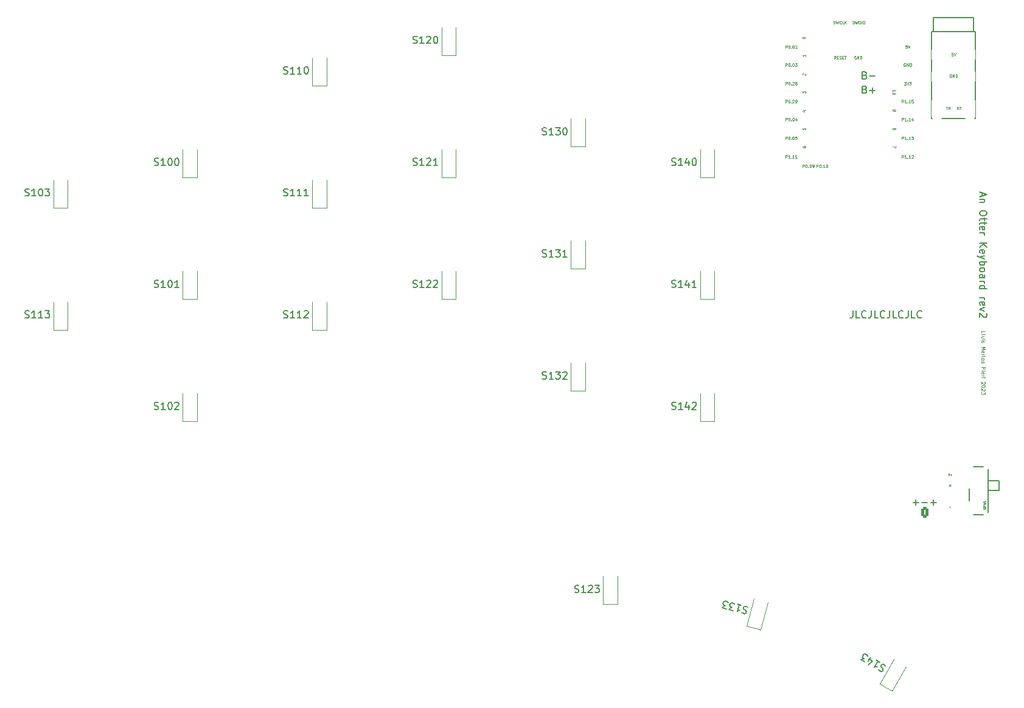
<source format=gto>
G04 #@! TF.GenerationSoftware,KiCad,Pcbnew,(6.0.5-0)*
G04 #@! TF.CreationDate,2023-02-07T22:55:57+01:00*
G04 #@! TF.ProjectId,awokb,61776f6b-622e-46b6-9963-61645f706362,rev?*
G04 #@! TF.SameCoordinates,Original*
G04 #@! TF.FileFunction,Legend,Top*
G04 #@! TF.FilePolarity,Positive*
%FSLAX46Y46*%
G04 Gerber Fmt 4.6, Leading zero omitted, Abs format (unit mm)*
G04 Created by KiCad (PCBNEW (6.0.5-0)) date 2023-02-07 22:55:57*
%MOMM*%
%LPD*%
G01*
G04 APERTURE LIST*
G04 Aperture macros list*
%AMRoundRect*
0 Rectangle with rounded corners*
0 $1 Rounding radius*
0 $2 $3 $4 $5 $6 $7 $8 $9 X,Y pos of 4 corners*
0 Add a 4 corners polygon primitive as box body*
4,1,4,$2,$3,$4,$5,$6,$7,$8,$9,$2,$3,0*
0 Add four circle primitives for the rounded corners*
1,1,$1+$1,$2,$3*
1,1,$1+$1,$4,$5*
1,1,$1+$1,$6,$7*
1,1,$1+$1,$8,$9*
0 Add four rect primitives between the rounded corners*
20,1,$1+$1,$2,$3,$4,$5,0*
20,1,$1+$1,$4,$5,$6,$7,0*
20,1,$1+$1,$6,$7,$8,$9,0*
20,1,$1+$1,$8,$9,$2,$3,0*%
%AMRotRect*
0 Rectangle, with rotation*
0 The origin of the aperture is its center*
0 $1 length*
0 $2 width*
0 $3 Rotation angle, in degrees counterclockwise*
0 Add horizontal line*
21,1,$1,$2,0,0,$3*%
%AMOutline5P*
0 Free polygon, 5 corners , with rotation*
0 The origin of the aperture is its center*
0 number of corners: always 5*
0 $1 to $10 corner X, Y*
0 $11 Rotation angle, in degrees counterclockwise*
0 create outline with 5 corners*
4,1,5,$1,$2,$3,$4,$5,$6,$7,$8,$9,$10,$1,$2,$11*%
%AMOutline6P*
0 Free polygon, 6 corners , with rotation*
0 The origin of the aperture is its center*
0 number of corners: always 6*
0 $1 to $12 corner X, Y*
0 $13 Rotation angle, in degrees counterclockwise*
0 create outline with 6 corners*
4,1,6,$1,$2,$3,$4,$5,$6,$7,$8,$9,$10,$11,$12,$1,$2,$13*%
%AMOutline7P*
0 Free polygon, 7 corners , with rotation*
0 The origin of the aperture is its center*
0 number of corners: always 7*
0 $1 to $14 corner X, Y*
0 $15 Rotation angle, in degrees counterclockwise*
0 create outline with 7 corners*
4,1,7,$1,$2,$3,$4,$5,$6,$7,$8,$9,$10,$11,$12,$13,$14,$1,$2,$15*%
%AMOutline8P*
0 Free polygon, 8 corners , with rotation*
0 The origin of the aperture is its center*
0 number of corners: always 8*
0 $1 to $16 corner X, Y*
0 $17 Rotation angle, in degrees counterclockwise*
0 create outline with 8 corners*
4,1,8,$1,$2,$3,$4,$5,$6,$7,$8,$9,$10,$11,$12,$13,$14,$15,$16,$1,$2,$17*%
G04 Aperture macros list end*
%ADD10C,0.150000*%
%ADD11C,0.125000*%
%ADD12C,0.062500*%
%ADD13C,0.080000*%
%ADD14C,0.120000*%
%ADD15C,0.127000*%
%ADD16C,3.000000*%
%ADD17C,3.429000*%
%ADD18C,1.701800*%
%ADD19RotRect,2.600000X2.600000X165.000000*%
%ADD20RotRect,0.900000X1.200000X75.000000*%
%ADD21Outline5P,-1.300000X0.000000X0.000000X1.300000X1.300000X1.300000X1.300000X-1.300000X-1.300000X-1.300000X165.000000*%
%ADD22R,2.600000X2.600000*%
%ADD23R,1.200000X0.900000*%
%ADD24Outline5P,-1.300000X0.000000X0.000000X1.300000X1.300000X1.300000X1.300000X-1.300000X-1.300000X-1.300000X180.000000*%
%ADD25C,1.500000*%
%ADD26O,1.600000X3.300000*%
%ADD27O,1.600000X2.200000*%
%ADD28C,0.800000*%
%ADD29C,6.400000*%
%ADD30RotRect,2.600000X2.600000X150.000000*%
%ADD31RotRect,0.900000X1.200000X60.000000*%
%ADD32Outline5P,-1.300000X0.000000X0.000000X1.300000X1.300000X1.300000X1.300000X-1.300000X-1.300000X-1.300000X150.000000*%
%ADD33R,2.000000X0.800000*%
%ADD34R,0.800000X1.000000*%
%ADD35R,0.800000X0.900000*%
%ADD36RoundRect,0.208333X0.291667X0.541667X-0.291667X0.541667X-0.291667X-0.541667X0.291667X-0.541667X0*%
%ADD37O,1.000000X1.500000*%
%ADD38O,2.750000X1.800000*%
%ADD39C,1.397000*%
G04 APERTURE END LIST*
D10*
X146480952Y-95952380D02*
X146480952Y-96666666D01*
X146433333Y-96809523D01*
X146338095Y-96904761D01*
X146195238Y-96952380D01*
X146100000Y-96952380D01*
X147433333Y-96952380D02*
X146957142Y-96952380D01*
X146957142Y-95952380D01*
X148338095Y-96857142D02*
X148290476Y-96904761D01*
X148147619Y-96952380D01*
X148052380Y-96952380D01*
X147909523Y-96904761D01*
X147814285Y-96809523D01*
X147766666Y-96714285D01*
X147719047Y-96523809D01*
X147719047Y-96380952D01*
X147766666Y-96190476D01*
X147814285Y-96095238D01*
X147909523Y-96000000D01*
X148052380Y-95952380D01*
X148147619Y-95952380D01*
X148290476Y-96000000D01*
X148338095Y-96047619D01*
X149052380Y-95952380D02*
X149052380Y-96666666D01*
X149004761Y-96809523D01*
X148909523Y-96904761D01*
X148766666Y-96952380D01*
X148671428Y-96952380D01*
X150004761Y-96952380D02*
X149528571Y-96952380D01*
X149528571Y-95952380D01*
X150909523Y-96857142D02*
X150861904Y-96904761D01*
X150719047Y-96952380D01*
X150623809Y-96952380D01*
X150480952Y-96904761D01*
X150385714Y-96809523D01*
X150338095Y-96714285D01*
X150290476Y-96523809D01*
X150290476Y-96380952D01*
X150338095Y-96190476D01*
X150385714Y-96095238D01*
X150480952Y-96000000D01*
X150623809Y-95952380D01*
X150719047Y-95952380D01*
X150861904Y-96000000D01*
X150909523Y-96047619D01*
X151623809Y-95952380D02*
X151623809Y-96666666D01*
X151576190Y-96809523D01*
X151480952Y-96904761D01*
X151338095Y-96952380D01*
X151242857Y-96952380D01*
X152576190Y-96952380D02*
X152100000Y-96952380D01*
X152100000Y-95952380D01*
X153480952Y-96857142D02*
X153433333Y-96904761D01*
X153290476Y-96952380D01*
X153195238Y-96952380D01*
X153052380Y-96904761D01*
X152957142Y-96809523D01*
X152909523Y-96714285D01*
X152861904Y-96523809D01*
X152861904Y-96380952D01*
X152909523Y-96190476D01*
X152957142Y-96095238D01*
X153052380Y-96000000D01*
X153195238Y-95952380D01*
X153290476Y-95952380D01*
X153433333Y-96000000D01*
X153480952Y-96047619D01*
X154195238Y-95952380D02*
X154195238Y-96666666D01*
X154147619Y-96809523D01*
X154052380Y-96904761D01*
X153909523Y-96952380D01*
X153814285Y-96952380D01*
X155147619Y-96952380D02*
X154671428Y-96952380D01*
X154671428Y-95952380D01*
X156052380Y-96857142D02*
X156004761Y-96904761D01*
X155861904Y-96952380D01*
X155766666Y-96952380D01*
X155623809Y-96904761D01*
X155528571Y-96809523D01*
X155480952Y-96714285D01*
X155433333Y-96523809D01*
X155433333Y-96380952D01*
X155480952Y-96190476D01*
X155528571Y-96095238D01*
X155623809Y-96000000D01*
X155766666Y-95952380D01*
X155861904Y-95952380D01*
X156004761Y-96000000D01*
X156052380Y-96047619D01*
D11*
X164373809Y-99080952D02*
X164373809Y-98842857D01*
X164873809Y-98842857D01*
X164373809Y-99319047D02*
X164397619Y-99271428D01*
X164445238Y-99247619D01*
X164873809Y-99247619D01*
X164707142Y-99723809D02*
X164373809Y-99723809D01*
X164707142Y-99509523D02*
X164445238Y-99509523D01*
X164397619Y-99533333D01*
X164373809Y-99580952D01*
X164373809Y-99652380D01*
X164397619Y-99700000D01*
X164421428Y-99723809D01*
X164373809Y-99961904D02*
X164707142Y-99961904D01*
X164897619Y-100009523D02*
X164826190Y-99938095D01*
X164397619Y-100176190D02*
X164373809Y-100223809D01*
X164373809Y-100319047D01*
X164397619Y-100366666D01*
X164445238Y-100390476D01*
X164469047Y-100390476D01*
X164516666Y-100366666D01*
X164540476Y-100319047D01*
X164540476Y-100247619D01*
X164564285Y-100200000D01*
X164611904Y-100176190D01*
X164635714Y-100176190D01*
X164683333Y-100200000D01*
X164707142Y-100247619D01*
X164707142Y-100319047D01*
X164683333Y-100366666D01*
X164373809Y-100985714D02*
X164873809Y-100985714D01*
X164516666Y-101152380D01*
X164873809Y-101319047D01*
X164373809Y-101319047D01*
X164397619Y-101747619D02*
X164373809Y-101700000D01*
X164373809Y-101604761D01*
X164397619Y-101557142D01*
X164445238Y-101533333D01*
X164635714Y-101533333D01*
X164683333Y-101557142D01*
X164707142Y-101604761D01*
X164707142Y-101700000D01*
X164683333Y-101747619D01*
X164635714Y-101771428D01*
X164588095Y-101771428D01*
X164540476Y-101533333D01*
X164373809Y-101985714D02*
X164707142Y-101985714D01*
X164611904Y-101985714D02*
X164659523Y-102009523D01*
X164683333Y-102033333D01*
X164707142Y-102080952D01*
X164707142Y-102128571D01*
X164373809Y-102366666D02*
X164397619Y-102319047D01*
X164445238Y-102295238D01*
X164873809Y-102295238D01*
X164373809Y-102628571D02*
X164397619Y-102580952D01*
X164421428Y-102557142D01*
X164469047Y-102533333D01*
X164611904Y-102533333D01*
X164659523Y-102557142D01*
X164683333Y-102580952D01*
X164707142Y-102628571D01*
X164707142Y-102700000D01*
X164683333Y-102747619D01*
X164659523Y-102771428D01*
X164611904Y-102795238D01*
X164469047Y-102795238D01*
X164421428Y-102771428D01*
X164397619Y-102747619D01*
X164373809Y-102700000D01*
X164373809Y-102628571D01*
X164397619Y-102985714D02*
X164373809Y-103033333D01*
X164373809Y-103128571D01*
X164397619Y-103176190D01*
X164445238Y-103200000D01*
X164469047Y-103200000D01*
X164516666Y-103176190D01*
X164540476Y-103128571D01*
X164540476Y-103057142D01*
X164564285Y-103009523D01*
X164611904Y-102985714D01*
X164635714Y-102985714D01*
X164683333Y-103009523D01*
X164707142Y-103057142D01*
X164707142Y-103128571D01*
X164683333Y-103176190D01*
X164373809Y-103795238D02*
X164873809Y-103795238D01*
X164873809Y-103985714D01*
X164850000Y-104033333D01*
X164826190Y-104057142D01*
X164778571Y-104080952D01*
X164707142Y-104080952D01*
X164659523Y-104057142D01*
X164635714Y-104033333D01*
X164611904Y-103985714D01*
X164611904Y-103795238D01*
X164373809Y-104295238D02*
X164707142Y-104295238D01*
X164873809Y-104295238D02*
X164850000Y-104271428D01*
X164826190Y-104295238D01*
X164850000Y-104319047D01*
X164873809Y-104295238D01*
X164826190Y-104295238D01*
X164397619Y-104723809D02*
X164373809Y-104676190D01*
X164373809Y-104580952D01*
X164397619Y-104533333D01*
X164445238Y-104509523D01*
X164635714Y-104509523D01*
X164683333Y-104533333D01*
X164707142Y-104580952D01*
X164707142Y-104676190D01*
X164683333Y-104723809D01*
X164635714Y-104747619D01*
X164588095Y-104747619D01*
X164540476Y-104509523D01*
X164373809Y-104961904D02*
X164707142Y-104961904D01*
X164611904Y-104961904D02*
X164659523Y-104985714D01*
X164683333Y-105009523D01*
X164707142Y-105057142D01*
X164707142Y-105104761D01*
X164373809Y-105271428D02*
X164707142Y-105271428D01*
X164873809Y-105271428D02*
X164850000Y-105247619D01*
X164826190Y-105271428D01*
X164850000Y-105295238D01*
X164873809Y-105271428D01*
X164826190Y-105271428D01*
X164826190Y-105866666D02*
X164850000Y-105890476D01*
X164873809Y-105938095D01*
X164873809Y-106057142D01*
X164850000Y-106104761D01*
X164826190Y-106128571D01*
X164778571Y-106152380D01*
X164730952Y-106152380D01*
X164659523Y-106128571D01*
X164373809Y-105842857D01*
X164373809Y-106152380D01*
X164873809Y-106461904D02*
X164873809Y-106509523D01*
X164850000Y-106557142D01*
X164826190Y-106580952D01*
X164778571Y-106604761D01*
X164683333Y-106628571D01*
X164564285Y-106628571D01*
X164469047Y-106604761D01*
X164421428Y-106580952D01*
X164397619Y-106557142D01*
X164373809Y-106509523D01*
X164373809Y-106461904D01*
X164397619Y-106414285D01*
X164421428Y-106390476D01*
X164469047Y-106366666D01*
X164564285Y-106342857D01*
X164683333Y-106342857D01*
X164778571Y-106366666D01*
X164826190Y-106390476D01*
X164850000Y-106414285D01*
X164873809Y-106461904D01*
X164826190Y-106819047D02*
X164850000Y-106842857D01*
X164873809Y-106890476D01*
X164873809Y-107009523D01*
X164850000Y-107057142D01*
X164826190Y-107080952D01*
X164778571Y-107104761D01*
X164730952Y-107104761D01*
X164659523Y-107080952D01*
X164373809Y-106795238D01*
X164373809Y-107104761D01*
X164873809Y-107271428D02*
X164873809Y-107580952D01*
X164683333Y-107414285D01*
X164683333Y-107485714D01*
X164659523Y-107533333D01*
X164635714Y-107557142D01*
X164588095Y-107580952D01*
X164469047Y-107580952D01*
X164421428Y-107557142D01*
X164397619Y-107533333D01*
X164373809Y-107485714D01*
X164373809Y-107342857D01*
X164397619Y-107295238D01*
X164421428Y-107271428D01*
D10*
X164433333Y-79509523D02*
X164433333Y-79985714D01*
X164147619Y-79414285D02*
X165147619Y-79747619D01*
X164147619Y-80080952D01*
X164814285Y-80414285D02*
X164147619Y-80414285D01*
X164719047Y-80414285D02*
X164766666Y-80461904D01*
X164814285Y-80557142D01*
X164814285Y-80700000D01*
X164766666Y-80795238D01*
X164671428Y-80842857D01*
X164147619Y-80842857D01*
X165147619Y-82271428D02*
X165147619Y-82461904D01*
X165100000Y-82557142D01*
X165004761Y-82652380D01*
X164814285Y-82700000D01*
X164480952Y-82700000D01*
X164290476Y-82652380D01*
X164195238Y-82557142D01*
X164147619Y-82461904D01*
X164147619Y-82271428D01*
X164195238Y-82176190D01*
X164290476Y-82080952D01*
X164480952Y-82033333D01*
X164814285Y-82033333D01*
X165004761Y-82080952D01*
X165100000Y-82176190D01*
X165147619Y-82271428D01*
X164814285Y-82985714D02*
X164814285Y-83366666D01*
X165147619Y-83128571D02*
X164290476Y-83128571D01*
X164195238Y-83176190D01*
X164147619Y-83271428D01*
X164147619Y-83366666D01*
X164814285Y-83557142D02*
X164814285Y-83938095D01*
X165147619Y-83700000D02*
X164290476Y-83700000D01*
X164195238Y-83747619D01*
X164147619Y-83842857D01*
X164147619Y-83938095D01*
X164195238Y-84652380D02*
X164147619Y-84557142D01*
X164147619Y-84366666D01*
X164195238Y-84271428D01*
X164290476Y-84223809D01*
X164671428Y-84223809D01*
X164766666Y-84271428D01*
X164814285Y-84366666D01*
X164814285Y-84557142D01*
X164766666Y-84652380D01*
X164671428Y-84700000D01*
X164576190Y-84700000D01*
X164480952Y-84223809D01*
X164147619Y-85128571D02*
X164814285Y-85128571D01*
X164623809Y-85128571D02*
X164719047Y-85176190D01*
X164766666Y-85223809D01*
X164814285Y-85319047D01*
X164814285Y-85414285D01*
X164147619Y-86509523D02*
X165147619Y-86509523D01*
X164147619Y-87080952D02*
X164719047Y-86652380D01*
X165147619Y-87080952D02*
X164576190Y-86509523D01*
X164195238Y-87890476D02*
X164147619Y-87795238D01*
X164147619Y-87604761D01*
X164195238Y-87509523D01*
X164290476Y-87461904D01*
X164671428Y-87461904D01*
X164766666Y-87509523D01*
X164814285Y-87604761D01*
X164814285Y-87795238D01*
X164766666Y-87890476D01*
X164671428Y-87938095D01*
X164576190Y-87938095D01*
X164480952Y-87461904D01*
X164814285Y-88271428D02*
X164147619Y-88509523D01*
X164814285Y-88747619D02*
X164147619Y-88509523D01*
X163909523Y-88414285D01*
X163861904Y-88366666D01*
X163814285Y-88271428D01*
X164147619Y-89128571D02*
X165147619Y-89128571D01*
X164766666Y-89128571D02*
X164814285Y-89223809D01*
X164814285Y-89414285D01*
X164766666Y-89509523D01*
X164719047Y-89557142D01*
X164623809Y-89604761D01*
X164338095Y-89604761D01*
X164242857Y-89557142D01*
X164195238Y-89509523D01*
X164147619Y-89414285D01*
X164147619Y-89223809D01*
X164195238Y-89128571D01*
X164147619Y-90176190D02*
X164195238Y-90080952D01*
X164242857Y-90033333D01*
X164338095Y-89985714D01*
X164623809Y-89985714D01*
X164719047Y-90033333D01*
X164766666Y-90080952D01*
X164814285Y-90176190D01*
X164814285Y-90319047D01*
X164766666Y-90414285D01*
X164719047Y-90461904D01*
X164623809Y-90509523D01*
X164338095Y-90509523D01*
X164242857Y-90461904D01*
X164195238Y-90414285D01*
X164147619Y-90319047D01*
X164147619Y-90176190D01*
X164147619Y-91366666D02*
X164671428Y-91366666D01*
X164766666Y-91319047D01*
X164814285Y-91223809D01*
X164814285Y-91033333D01*
X164766666Y-90938095D01*
X164195238Y-91366666D02*
X164147619Y-91271428D01*
X164147619Y-91033333D01*
X164195238Y-90938095D01*
X164290476Y-90890476D01*
X164385714Y-90890476D01*
X164480952Y-90938095D01*
X164528571Y-91033333D01*
X164528571Y-91271428D01*
X164576190Y-91366666D01*
X164147619Y-91842857D02*
X164814285Y-91842857D01*
X164623809Y-91842857D02*
X164719047Y-91890476D01*
X164766666Y-91938095D01*
X164814285Y-92033333D01*
X164814285Y-92128571D01*
X164147619Y-92890476D02*
X165147619Y-92890476D01*
X164195238Y-92890476D02*
X164147619Y-92795238D01*
X164147619Y-92604761D01*
X164195238Y-92509523D01*
X164242857Y-92461904D01*
X164338095Y-92414285D01*
X164623809Y-92414285D01*
X164719047Y-92461904D01*
X164766666Y-92509523D01*
X164814285Y-92604761D01*
X164814285Y-92795238D01*
X164766666Y-92890476D01*
X164147619Y-94128571D02*
X164814285Y-94128571D01*
X164623809Y-94128571D02*
X164719047Y-94176190D01*
X164766666Y-94223809D01*
X164814285Y-94319047D01*
X164814285Y-94414285D01*
X164195238Y-95128571D02*
X164147619Y-95033333D01*
X164147619Y-94842857D01*
X164195238Y-94747619D01*
X164290476Y-94700000D01*
X164671428Y-94700000D01*
X164766666Y-94747619D01*
X164814285Y-94842857D01*
X164814285Y-95033333D01*
X164766666Y-95128571D01*
X164671428Y-95176190D01*
X164576190Y-95176190D01*
X164480952Y-94700000D01*
X164814285Y-95509523D02*
X164147619Y-95747619D01*
X164814285Y-95985714D01*
X165052380Y-96319047D02*
X165100000Y-96366666D01*
X165147619Y-96461904D01*
X165147619Y-96700000D01*
X165100000Y-96795238D01*
X165052380Y-96842857D01*
X164957142Y-96890476D01*
X164861904Y-96890476D01*
X164719047Y-96842857D01*
X164147619Y-96271428D01*
X164147619Y-96890476D01*
D12*
X159880952Y-120113095D02*
X159880952Y-120291666D01*
X159869047Y-120327380D01*
X159845238Y-120351190D01*
X159809523Y-120363095D01*
X159785714Y-120363095D01*
X160000000Y-120267857D02*
X160190476Y-120267857D01*
X160095238Y-120363095D02*
X160095238Y-120172619D01*
X159435714Y-67530952D02*
X159664285Y-67530952D01*
X159550000Y-67930952D02*
X159550000Y-67530952D01*
X160026190Y-67930952D02*
X159892857Y-67740476D01*
X159797619Y-67930952D02*
X159797619Y-67530952D01*
X159950000Y-67530952D01*
X159988095Y-67550000D01*
X160007142Y-67569047D01*
X160026190Y-67607142D01*
X160026190Y-67664285D01*
X160007142Y-67702380D01*
X159988095Y-67721428D01*
X159950000Y-67740476D01*
X159797619Y-67740476D01*
X160423809Y-60030952D02*
X160233333Y-60030952D01*
X160214285Y-60221428D01*
X160233333Y-60202380D01*
X160271428Y-60183333D01*
X160366666Y-60183333D01*
X160404761Y-60202380D01*
X160423809Y-60221428D01*
X160442857Y-60259523D01*
X160442857Y-60354761D01*
X160423809Y-60392857D01*
X160404761Y-60411904D01*
X160366666Y-60430952D01*
X160271428Y-60430952D01*
X160233333Y-60411904D01*
X160214285Y-60392857D01*
X160557142Y-60030952D02*
X160690476Y-60430952D01*
X160823809Y-60030952D01*
X160195238Y-63050000D02*
X160157142Y-63030952D01*
X160100000Y-63030952D01*
X160042857Y-63050000D01*
X160004761Y-63088095D01*
X159985714Y-63126190D01*
X159966666Y-63202380D01*
X159966666Y-63259523D01*
X159985714Y-63335714D01*
X160004761Y-63373809D01*
X160042857Y-63411904D01*
X160100000Y-63430952D01*
X160138095Y-63430952D01*
X160195238Y-63411904D01*
X160214285Y-63392857D01*
X160214285Y-63259523D01*
X160138095Y-63259523D01*
X160385714Y-63430952D02*
X160385714Y-63030952D01*
X160614285Y-63430952D01*
X160614285Y-63030952D01*
X160804761Y-63430952D02*
X160804761Y-63030952D01*
X160900000Y-63030952D01*
X160957142Y-63050000D01*
X160995238Y-63088095D01*
X161014285Y-63126190D01*
X161033333Y-63202380D01*
X161033333Y-63259523D01*
X161014285Y-63335714D01*
X160995238Y-63373809D01*
X160957142Y-63411904D01*
X160900000Y-63430952D01*
X160804761Y-63430952D01*
X161221428Y-67930952D02*
X161088095Y-67740476D01*
X160992857Y-67930952D02*
X160992857Y-67530952D01*
X161145238Y-67530952D01*
X161183333Y-67550000D01*
X161202380Y-67569047D01*
X161221428Y-67607142D01*
X161221428Y-67664285D01*
X161202380Y-67702380D01*
X161183333Y-67721428D01*
X161145238Y-67740476D01*
X160992857Y-67740476D01*
X161335714Y-67530952D02*
X161564285Y-67530952D01*
X161450000Y-67930952D02*
X161450000Y-67530952D01*
X159863095Y-118732142D02*
X159898809Y-118744047D01*
X159910714Y-118755952D01*
X159922619Y-118779761D01*
X159922619Y-118815476D01*
X159910714Y-118839285D01*
X159898809Y-118851190D01*
X159875000Y-118863095D01*
X159779761Y-118863095D01*
X159779761Y-118613095D01*
X159863095Y-118613095D01*
X159886904Y-118625000D01*
X159898809Y-118636904D01*
X159910714Y-118660714D01*
X159910714Y-118684523D01*
X159898809Y-118708333D01*
X159886904Y-118720238D01*
X159863095Y-118732142D01*
X159779761Y-118732142D01*
X160029761Y-118767857D02*
X160220238Y-118767857D01*
X160125000Y-118863095D02*
X160125000Y-118672619D01*
X159934523Y-123363095D02*
X160065476Y-123196428D01*
X159934523Y-123196428D02*
X160065476Y-123363095D01*
D10*
X131853946Y-137276907D02*
X131728282Y-137193937D01*
X131498299Y-137132313D01*
X131393982Y-137153660D01*
X131335661Y-137187332D01*
X131265015Y-137267000D01*
X131240365Y-137358993D01*
X131261712Y-137463311D01*
X131295384Y-137521632D01*
X131375052Y-137592278D01*
X131546713Y-137687573D01*
X131626382Y-137758219D01*
X131660053Y-137816540D01*
X131681400Y-137920858D01*
X131656751Y-138012851D01*
X131586105Y-138092519D01*
X131527784Y-138126191D01*
X131423466Y-138147538D01*
X131193484Y-138085914D01*
X131067819Y-138002944D01*
X130394384Y-136836520D02*
X130946342Y-136984417D01*
X130670363Y-136910468D02*
X130411544Y-137876394D01*
X130540511Y-137763054D01*
X130657153Y-137695711D01*
X130761471Y-137674364D01*
X129813590Y-137716173D02*
X129215636Y-137555951D01*
X129636209Y-137274253D01*
X129498219Y-137237279D01*
X129418551Y-137166633D01*
X129384879Y-137108311D01*
X129363532Y-137003994D01*
X129425156Y-136774011D01*
X129495802Y-136694343D01*
X129554123Y-136660671D01*
X129658441Y-136639324D01*
X129934419Y-136713273D01*
X130014088Y-136783919D01*
X130047759Y-136842240D01*
X128893660Y-137469678D02*
X128295706Y-137309457D01*
X128716279Y-137027758D01*
X128578290Y-136990784D01*
X128498622Y-136920138D01*
X128464950Y-136861817D01*
X128443603Y-136757499D01*
X128505227Y-136527517D01*
X128575872Y-136447849D01*
X128634194Y-136414177D01*
X128738511Y-136392830D01*
X129014490Y-136466778D01*
X129094158Y-136537424D01*
X129127830Y-136595746D01*
X85285719Y-92654761D02*
X85428576Y-92702380D01*
X85666671Y-92702380D01*
X85761909Y-92654761D01*
X85809528Y-92607142D01*
X85857147Y-92511904D01*
X85857147Y-92416666D01*
X85809528Y-92321428D01*
X85761909Y-92273809D01*
X85666671Y-92226190D01*
X85476195Y-92178571D01*
X85380957Y-92130952D01*
X85333338Y-92083333D01*
X85285719Y-91988095D01*
X85285719Y-91892857D01*
X85333338Y-91797619D01*
X85380957Y-91750000D01*
X85476195Y-91702380D01*
X85714290Y-91702380D01*
X85857147Y-91750000D01*
X86809528Y-92702380D02*
X86238100Y-92702380D01*
X86523814Y-92702380D02*
X86523814Y-91702380D01*
X86428576Y-91845238D01*
X86333338Y-91940476D01*
X86238100Y-91988095D01*
X87190481Y-91797619D02*
X87238100Y-91750000D01*
X87333338Y-91702380D01*
X87571433Y-91702380D01*
X87666671Y-91750000D01*
X87714290Y-91797619D01*
X87761909Y-91892857D01*
X87761909Y-91988095D01*
X87714290Y-92130952D01*
X87142862Y-92702380D01*
X87761909Y-92702380D01*
X88142862Y-91797619D02*
X88190481Y-91750000D01*
X88285719Y-91702380D01*
X88523814Y-91702380D01*
X88619052Y-91750000D01*
X88666671Y-91797619D01*
X88714290Y-91892857D01*
X88714290Y-91988095D01*
X88666671Y-92130952D01*
X88095243Y-92702380D01*
X88714290Y-92702380D01*
X67285726Y-96904755D02*
X67428583Y-96952374D01*
X67666678Y-96952374D01*
X67761916Y-96904755D01*
X67809535Y-96857136D01*
X67857154Y-96761898D01*
X67857154Y-96666660D01*
X67809535Y-96571422D01*
X67761916Y-96523803D01*
X67666678Y-96476184D01*
X67476202Y-96428565D01*
X67380964Y-96380946D01*
X67333345Y-96333327D01*
X67285726Y-96238089D01*
X67285726Y-96142851D01*
X67333345Y-96047613D01*
X67380964Y-95999994D01*
X67476202Y-95952374D01*
X67714297Y-95952374D01*
X67857154Y-95999994D01*
X68809535Y-96952374D02*
X68238107Y-96952374D01*
X68523821Y-96952374D02*
X68523821Y-95952374D01*
X68428583Y-96095232D01*
X68333345Y-96190470D01*
X68238107Y-96238089D01*
X69761916Y-96952374D02*
X69190488Y-96952374D01*
X69476202Y-96952374D02*
X69476202Y-95952374D01*
X69380964Y-96095232D01*
X69285726Y-96190470D01*
X69190488Y-96238089D01*
X70142869Y-96047613D02*
X70190488Y-95999994D01*
X70285726Y-95952374D01*
X70523821Y-95952374D01*
X70619059Y-95999994D01*
X70666678Y-96047613D01*
X70714297Y-96142851D01*
X70714297Y-96238089D01*
X70666678Y-96380946D01*
X70095250Y-96952374D01*
X70714297Y-96952374D01*
X85285718Y-75654755D02*
X85428575Y-75702374D01*
X85666670Y-75702374D01*
X85761908Y-75654755D01*
X85809527Y-75607136D01*
X85857146Y-75511898D01*
X85857146Y-75416660D01*
X85809527Y-75321422D01*
X85761908Y-75273803D01*
X85666670Y-75226184D01*
X85476194Y-75178565D01*
X85380956Y-75130946D01*
X85333337Y-75083327D01*
X85285718Y-74988089D01*
X85285718Y-74892851D01*
X85333337Y-74797613D01*
X85380956Y-74749994D01*
X85476194Y-74702374D01*
X85714289Y-74702374D01*
X85857146Y-74749994D01*
X86809527Y-75702374D02*
X86238099Y-75702374D01*
X86523813Y-75702374D02*
X86523813Y-74702374D01*
X86428575Y-74845232D01*
X86333337Y-74940470D01*
X86238099Y-74988089D01*
X87190480Y-74797613D02*
X87238099Y-74749994D01*
X87333337Y-74702374D01*
X87571432Y-74702374D01*
X87666670Y-74749994D01*
X87714289Y-74797613D01*
X87761908Y-74892851D01*
X87761908Y-74988089D01*
X87714289Y-75130946D01*
X87142861Y-75702374D01*
X87761908Y-75702374D01*
X88714289Y-75702374D02*
X88142861Y-75702374D01*
X88428575Y-75702374D02*
X88428575Y-74702374D01*
X88333337Y-74845232D01*
X88238099Y-74940470D01*
X88142861Y-74988089D01*
X49285717Y-109654759D02*
X49428574Y-109702378D01*
X49666669Y-109702378D01*
X49761907Y-109654759D01*
X49809526Y-109607140D01*
X49857145Y-109511902D01*
X49857145Y-109416664D01*
X49809526Y-109321426D01*
X49761907Y-109273807D01*
X49666669Y-109226188D01*
X49476193Y-109178569D01*
X49380955Y-109130950D01*
X49333336Y-109083331D01*
X49285717Y-108988093D01*
X49285717Y-108892855D01*
X49333336Y-108797617D01*
X49380955Y-108749998D01*
X49476193Y-108702378D01*
X49714288Y-108702378D01*
X49857145Y-108749998D01*
X50809526Y-109702378D02*
X50238098Y-109702378D01*
X50523812Y-109702378D02*
X50523812Y-108702378D01*
X50428574Y-108845236D01*
X50333336Y-108940474D01*
X50238098Y-108988093D01*
X51428574Y-108702378D02*
X51523812Y-108702378D01*
X51619050Y-108749998D01*
X51666669Y-108797617D01*
X51714288Y-108892855D01*
X51761907Y-109083331D01*
X51761907Y-109321426D01*
X51714288Y-109511902D01*
X51666669Y-109607140D01*
X51619050Y-109654759D01*
X51523812Y-109702378D01*
X51428574Y-109702378D01*
X51333336Y-109654759D01*
X51285717Y-109607140D01*
X51238098Y-109511902D01*
X51190479Y-109321426D01*
X51190479Y-109083331D01*
X51238098Y-108892855D01*
X51285717Y-108797617D01*
X51333336Y-108749998D01*
X51428574Y-108702378D01*
X52142860Y-108797617D02*
X52190479Y-108749998D01*
X52285717Y-108702378D01*
X52523812Y-108702378D01*
X52619050Y-108749998D01*
X52666669Y-108797617D01*
X52714288Y-108892855D01*
X52714288Y-108988093D01*
X52666669Y-109130950D01*
X52095241Y-109702378D01*
X52714288Y-109702378D01*
X103285719Y-71404756D02*
X103428576Y-71452375D01*
X103666671Y-71452375D01*
X103761909Y-71404756D01*
X103809528Y-71357137D01*
X103857147Y-71261899D01*
X103857147Y-71166661D01*
X103809528Y-71071423D01*
X103761909Y-71023804D01*
X103666671Y-70976185D01*
X103476195Y-70928566D01*
X103380957Y-70880947D01*
X103333338Y-70833328D01*
X103285719Y-70738090D01*
X103285719Y-70642852D01*
X103333338Y-70547614D01*
X103380957Y-70499995D01*
X103476195Y-70452375D01*
X103714290Y-70452375D01*
X103857147Y-70499995D01*
X104809528Y-71452375D02*
X104238100Y-71452375D01*
X104523814Y-71452375D02*
X104523814Y-70452375D01*
X104428576Y-70595233D01*
X104333338Y-70690471D01*
X104238100Y-70738090D01*
X105142862Y-70452375D02*
X105761909Y-70452375D01*
X105428576Y-70833328D01*
X105571433Y-70833328D01*
X105666671Y-70880947D01*
X105714290Y-70928566D01*
X105761909Y-71023804D01*
X105761909Y-71261899D01*
X105714290Y-71357137D01*
X105666671Y-71404756D01*
X105571433Y-71452375D01*
X105285719Y-71452375D01*
X105190481Y-71404756D01*
X105142862Y-71357137D01*
X106380957Y-70452375D02*
X106476195Y-70452375D01*
X106571433Y-70499995D01*
X106619052Y-70547614D01*
X106666671Y-70642852D01*
X106714290Y-70833328D01*
X106714290Y-71071423D01*
X106666671Y-71261899D01*
X106619052Y-71357137D01*
X106571433Y-71404756D01*
X106476195Y-71452375D01*
X106380957Y-71452375D01*
X106285719Y-71404756D01*
X106238100Y-71357137D01*
X106190481Y-71261899D01*
X106142862Y-71071423D01*
X106142862Y-70833328D01*
X106190481Y-70642852D01*
X106238100Y-70547614D01*
X106285719Y-70499995D01*
X106380957Y-70452375D01*
X121285716Y-109654753D02*
X121428573Y-109702372D01*
X121666668Y-109702372D01*
X121761906Y-109654753D01*
X121809525Y-109607134D01*
X121857144Y-109511896D01*
X121857144Y-109416658D01*
X121809525Y-109321420D01*
X121761906Y-109273801D01*
X121666668Y-109226182D01*
X121476192Y-109178563D01*
X121380954Y-109130944D01*
X121333335Y-109083325D01*
X121285716Y-108988087D01*
X121285716Y-108892849D01*
X121333335Y-108797611D01*
X121380954Y-108749992D01*
X121476192Y-108702372D01*
X121714287Y-108702372D01*
X121857144Y-108749992D01*
X122809525Y-109702372D02*
X122238097Y-109702372D01*
X122523811Y-109702372D02*
X122523811Y-108702372D01*
X122428573Y-108845230D01*
X122333335Y-108940468D01*
X122238097Y-108988087D01*
X123666668Y-109035706D02*
X123666668Y-109702372D01*
X123428573Y-108654753D02*
X123190478Y-109369039D01*
X123809525Y-109369039D01*
X124142859Y-108797611D02*
X124190478Y-108749992D01*
X124285716Y-108702372D01*
X124523811Y-108702372D01*
X124619049Y-108749992D01*
X124666668Y-108797611D01*
X124714287Y-108892849D01*
X124714287Y-108988087D01*
X124666668Y-109130944D01*
X124095240Y-109702372D01*
X124714287Y-109702372D01*
X103285721Y-105404765D02*
X103428578Y-105452384D01*
X103666673Y-105452384D01*
X103761911Y-105404765D01*
X103809530Y-105357146D01*
X103857149Y-105261908D01*
X103857149Y-105166670D01*
X103809530Y-105071432D01*
X103761911Y-105023813D01*
X103666673Y-104976194D01*
X103476197Y-104928575D01*
X103380959Y-104880956D01*
X103333340Y-104833337D01*
X103285721Y-104738099D01*
X103285721Y-104642861D01*
X103333340Y-104547623D01*
X103380959Y-104500004D01*
X103476197Y-104452384D01*
X103714292Y-104452384D01*
X103857149Y-104500004D01*
X104809530Y-105452384D02*
X104238102Y-105452384D01*
X104523816Y-105452384D02*
X104523816Y-104452384D01*
X104428578Y-104595242D01*
X104333340Y-104690480D01*
X104238102Y-104738099D01*
X105142864Y-104452384D02*
X105761911Y-104452384D01*
X105428578Y-104833337D01*
X105571435Y-104833337D01*
X105666673Y-104880956D01*
X105714292Y-104928575D01*
X105761911Y-105023813D01*
X105761911Y-105261908D01*
X105714292Y-105357146D01*
X105666673Y-105404765D01*
X105571435Y-105452384D01*
X105285721Y-105452384D01*
X105190483Y-105404765D01*
X105142864Y-105357146D01*
X106142864Y-104547623D02*
X106190483Y-104500004D01*
X106285721Y-104452384D01*
X106523816Y-104452384D01*
X106619054Y-104500004D01*
X106666673Y-104547623D01*
X106714292Y-104642861D01*
X106714292Y-104738099D01*
X106666673Y-104880956D01*
X106095245Y-105452384D01*
X106714292Y-105452384D01*
X85285710Y-58654753D02*
X85428567Y-58702372D01*
X85666662Y-58702372D01*
X85761900Y-58654753D01*
X85809519Y-58607134D01*
X85857138Y-58511896D01*
X85857138Y-58416658D01*
X85809519Y-58321420D01*
X85761900Y-58273801D01*
X85666662Y-58226182D01*
X85476186Y-58178563D01*
X85380948Y-58130944D01*
X85333329Y-58083325D01*
X85285710Y-57988087D01*
X85285710Y-57892849D01*
X85333329Y-57797611D01*
X85380948Y-57749992D01*
X85476186Y-57702372D01*
X85714281Y-57702372D01*
X85857138Y-57749992D01*
X86809519Y-58702372D02*
X86238091Y-58702372D01*
X86523805Y-58702372D02*
X86523805Y-57702372D01*
X86428567Y-57845230D01*
X86333329Y-57940468D01*
X86238091Y-57988087D01*
X87190472Y-57797611D02*
X87238091Y-57749992D01*
X87333329Y-57702372D01*
X87571424Y-57702372D01*
X87666662Y-57749992D01*
X87714281Y-57797611D01*
X87761900Y-57892849D01*
X87761900Y-57988087D01*
X87714281Y-58130944D01*
X87142853Y-58702372D01*
X87761900Y-58702372D01*
X88380948Y-57702372D02*
X88476186Y-57702372D01*
X88571424Y-57749992D01*
X88619043Y-57797611D01*
X88666662Y-57892849D01*
X88714281Y-58083325D01*
X88714281Y-58321420D01*
X88666662Y-58511896D01*
X88619043Y-58607134D01*
X88571424Y-58654753D01*
X88476186Y-58702372D01*
X88380948Y-58702372D01*
X88285710Y-58654753D01*
X88238091Y-58607134D01*
X88190472Y-58511896D01*
X88142853Y-58321420D01*
X88142853Y-58083325D01*
X88190472Y-57892849D01*
X88238091Y-57797611D01*
X88285710Y-57749992D01*
X88380948Y-57702372D01*
X107785720Y-135154759D02*
X107928577Y-135202378D01*
X108166672Y-135202378D01*
X108261910Y-135154759D01*
X108309529Y-135107140D01*
X108357148Y-135011902D01*
X108357148Y-134916664D01*
X108309529Y-134821426D01*
X108261910Y-134773807D01*
X108166672Y-134726188D01*
X107976196Y-134678569D01*
X107880958Y-134630950D01*
X107833339Y-134583331D01*
X107785720Y-134488093D01*
X107785720Y-134392855D01*
X107833339Y-134297617D01*
X107880958Y-134249998D01*
X107976196Y-134202378D01*
X108214291Y-134202378D01*
X108357148Y-134249998D01*
X109309529Y-135202378D02*
X108738101Y-135202378D01*
X109023815Y-135202378D02*
X109023815Y-134202378D01*
X108928577Y-134345236D01*
X108833339Y-134440474D01*
X108738101Y-134488093D01*
X109690482Y-134297617D02*
X109738101Y-134249998D01*
X109833339Y-134202378D01*
X110071434Y-134202378D01*
X110166672Y-134249998D01*
X110214291Y-134297617D01*
X110261910Y-134392855D01*
X110261910Y-134488093D01*
X110214291Y-134630950D01*
X109642863Y-135202378D01*
X110261910Y-135202378D01*
X110595244Y-134202378D02*
X111214291Y-134202378D01*
X110880958Y-134583331D01*
X111023815Y-134583331D01*
X111119053Y-134630950D01*
X111166672Y-134678569D01*
X111214291Y-134773807D01*
X111214291Y-135011902D01*
X111166672Y-135107140D01*
X111119053Y-135154759D01*
X111023815Y-135202378D01*
X110738101Y-135202378D01*
X110642863Y-135154759D01*
X110595244Y-135107140D01*
X121285718Y-75654749D02*
X121428575Y-75702368D01*
X121666670Y-75702368D01*
X121761908Y-75654749D01*
X121809527Y-75607130D01*
X121857146Y-75511892D01*
X121857146Y-75416654D01*
X121809527Y-75321416D01*
X121761908Y-75273797D01*
X121666670Y-75226178D01*
X121476194Y-75178559D01*
X121380956Y-75130940D01*
X121333337Y-75083321D01*
X121285718Y-74988083D01*
X121285718Y-74892845D01*
X121333337Y-74797607D01*
X121380956Y-74749988D01*
X121476194Y-74702368D01*
X121714289Y-74702368D01*
X121857146Y-74749988D01*
X122809527Y-75702368D02*
X122238099Y-75702368D01*
X122523813Y-75702368D02*
X122523813Y-74702368D01*
X122428575Y-74845226D01*
X122333337Y-74940464D01*
X122238099Y-74988083D01*
X123666670Y-75035702D02*
X123666670Y-75702368D01*
X123428575Y-74654749D02*
X123190480Y-75369035D01*
X123809527Y-75369035D01*
X124380956Y-74702368D02*
X124476194Y-74702368D01*
X124571432Y-74749988D01*
X124619051Y-74797607D01*
X124666670Y-74892845D01*
X124714289Y-75083321D01*
X124714289Y-75321416D01*
X124666670Y-75511892D01*
X124619051Y-75607130D01*
X124571432Y-75654749D01*
X124476194Y-75702368D01*
X124380956Y-75702368D01*
X124285718Y-75654749D01*
X124238099Y-75607130D01*
X124190480Y-75511892D01*
X124142861Y-75321416D01*
X124142861Y-75083321D01*
X124190480Y-74892845D01*
X124238099Y-74797607D01*
X124285718Y-74749988D01*
X124380956Y-74702368D01*
X31285718Y-96904758D02*
X31428575Y-96952377D01*
X31666670Y-96952377D01*
X31761908Y-96904758D01*
X31809527Y-96857139D01*
X31857146Y-96761901D01*
X31857146Y-96666663D01*
X31809527Y-96571425D01*
X31761908Y-96523806D01*
X31666670Y-96476187D01*
X31476194Y-96428568D01*
X31380956Y-96380949D01*
X31333337Y-96333330D01*
X31285718Y-96238092D01*
X31285718Y-96142854D01*
X31333337Y-96047616D01*
X31380956Y-95999997D01*
X31476194Y-95952377D01*
X31714289Y-95952377D01*
X31857146Y-95999997D01*
X32809527Y-96952377D02*
X32238099Y-96952377D01*
X32523813Y-96952377D02*
X32523813Y-95952377D01*
X32428575Y-96095235D01*
X32333337Y-96190473D01*
X32238099Y-96238092D01*
X33761908Y-96952377D02*
X33190480Y-96952377D01*
X33476194Y-96952377D02*
X33476194Y-95952377D01*
X33380956Y-96095235D01*
X33285718Y-96190473D01*
X33190480Y-96238092D01*
X34095242Y-95952377D02*
X34714289Y-95952377D01*
X34380956Y-96333330D01*
X34523813Y-96333330D01*
X34619051Y-96380949D01*
X34666670Y-96428568D01*
X34714289Y-96523806D01*
X34714289Y-96761901D01*
X34666670Y-96857139D01*
X34619051Y-96904758D01*
X34523813Y-96952377D01*
X34238099Y-96952377D01*
X34142861Y-96904758D01*
X34095242Y-96857139D01*
X151031561Y-145450609D02*
X150931653Y-145337941D01*
X150725457Y-145218894D01*
X150619168Y-145212514D01*
X150554120Y-145229944D01*
X150465261Y-145288613D01*
X150417642Y-145371092D01*
X150411262Y-145477380D01*
X150428692Y-145542428D01*
X150487361Y-145631287D01*
X150628509Y-145767764D01*
X150687178Y-145856623D01*
X150704608Y-145921671D01*
X150698228Y-146027960D01*
X150650609Y-146110438D01*
X150561751Y-146169107D01*
X150496702Y-146186537D01*
X150390414Y-146180157D01*
X150184217Y-146061110D01*
X150084309Y-145948442D01*
X149735713Y-144647465D02*
X150230585Y-144933179D01*
X149983149Y-144790322D02*
X149483149Y-145656348D01*
X149637056Y-145580249D01*
X149767154Y-145545389D01*
X149873442Y-145551769D01*
X148660072Y-144796244D02*
X148993406Y-144218894D01*
X148675793Y-145245206D02*
X149239132Y-144745664D01*
X148703021Y-144436140D01*
X148122252Y-144870633D02*
X147586141Y-144561110D01*
X148065292Y-144397862D01*
X147941574Y-144326433D01*
X147882905Y-144237575D01*
X147865476Y-144172526D01*
X147871855Y-144066238D01*
X147990903Y-143860041D01*
X148079761Y-143801372D01*
X148144810Y-143783943D01*
X148251098Y-143790322D01*
X148498534Y-143933179D01*
X148557203Y-144022038D01*
X148574633Y-144087087D01*
X49285714Y-75654761D02*
X49428571Y-75702380D01*
X49666666Y-75702380D01*
X49761904Y-75654761D01*
X49809523Y-75607142D01*
X49857142Y-75511904D01*
X49857142Y-75416666D01*
X49809523Y-75321428D01*
X49761904Y-75273809D01*
X49666666Y-75226190D01*
X49476190Y-75178571D01*
X49380952Y-75130952D01*
X49333333Y-75083333D01*
X49285714Y-74988095D01*
X49285714Y-74892857D01*
X49333333Y-74797619D01*
X49380952Y-74750000D01*
X49476190Y-74702380D01*
X49714285Y-74702380D01*
X49857142Y-74750000D01*
X50809523Y-75702380D02*
X50238095Y-75702380D01*
X50523809Y-75702380D02*
X50523809Y-74702380D01*
X50428571Y-74845238D01*
X50333333Y-74940476D01*
X50238095Y-74988095D01*
X51428571Y-74702380D02*
X51523809Y-74702380D01*
X51619047Y-74750000D01*
X51666666Y-74797619D01*
X51714285Y-74892857D01*
X51761904Y-75083333D01*
X51761904Y-75321428D01*
X51714285Y-75511904D01*
X51666666Y-75607142D01*
X51619047Y-75654761D01*
X51523809Y-75702380D01*
X51428571Y-75702380D01*
X51333333Y-75654761D01*
X51285714Y-75607142D01*
X51238095Y-75511904D01*
X51190476Y-75321428D01*
X51190476Y-75083333D01*
X51238095Y-74892857D01*
X51285714Y-74797619D01*
X51333333Y-74750000D01*
X51428571Y-74702380D01*
X52380952Y-74702380D02*
X52476190Y-74702380D01*
X52571428Y-74750000D01*
X52619047Y-74797619D01*
X52666666Y-74892857D01*
X52714285Y-75083333D01*
X52714285Y-75321428D01*
X52666666Y-75511904D01*
X52619047Y-75607142D01*
X52571428Y-75654761D01*
X52476190Y-75702380D01*
X52380952Y-75702380D01*
X52285714Y-75654761D01*
X52238095Y-75607142D01*
X52190476Y-75511904D01*
X52142857Y-75321428D01*
X52142857Y-75083333D01*
X52190476Y-74892857D01*
X52238095Y-74797619D01*
X52285714Y-74750000D01*
X52380952Y-74702380D01*
X67285724Y-79904749D02*
X67428581Y-79952368D01*
X67666676Y-79952368D01*
X67761914Y-79904749D01*
X67809533Y-79857130D01*
X67857152Y-79761892D01*
X67857152Y-79666654D01*
X67809533Y-79571416D01*
X67761914Y-79523797D01*
X67666676Y-79476178D01*
X67476200Y-79428559D01*
X67380962Y-79380940D01*
X67333343Y-79333321D01*
X67285724Y-79238083D01*
X67285724Y-79142845D01*
X67333343Y-79047607D01*
X67380962Y-78999988D01*
X67476200Y-78952368D01*
X67714295Y-78952368D01*
X67857152Y-78999988D01*
X68809533Y-79952368D02*
X68238105Y-79952368D01*
X68523819Y-79952368D02*
X68523819Y-78952368D01*
X68428581Y-79095226D01*
X68333343Y-79190464D01*
X68238105Y-79238083D01*
X69761914Y-79952368D02*
X69190486Y-79952368D01*
X69476200Y-79952368D02*
X69476200Y-78952368D01*
X69380962Y-79095226D01*
X69285724Y-79190464D01*
X69190486Y-79238083D01*
X70714295Y-79952368D02*
X70142867Y-79952368D01*
X70428581Y-79952368D02*
X70428581Y-78952368D01*
X70333343Y-79095226D01*
X70238105Y-79190464D01*
X70142867Y-79238083D01*
X121285717Y-92654754D02*
X121428574Y-92702373D01*
X121666669Y-92702373D01*
X121761907Y-92654754D01*
X121809526Y-92607135D01*
X121857145Y-92511897D01*
X121857145Y-92416659D01*
X121809526Y-92321421D01*
X121761907Y-92273802D01*
X121666669Y-92226183D01*
X121476193Y-92178564D01*
X121380955Y-92130945D01*
X121333336Y-92083326D01*
X121285717Y-91988088D01*
X121285717Y-91892850D01*
X121333336Y-91797612D01*
X121380955Y-91749993D01*
X121476193Y-91702373D01*
X121714288Y-91702373D01*
X121857145Y-91749993D01*
X122809526Y-92702373D02*
X122238098Y-92702373D01*
X122523812Y-92702373D02*
X122523812Y-91702373D01*
X122428574Y-91845231D01*
X122333336Y-91940469D01*
X122238098Y-91988088D01*
X123666669Y-92035707D02*
X123666669Y-92702373D01*
X123428574Y-91654754D02*
X123190479Y-92369040D01*
X123809526Y-92369040D01*
X124714288Y-92702373D02*
X124142860Y-92702373D01*
X124428574Y-92702373D02*
X124428574Y-91702373D01*
X124333336Y-91845231D01*
X124238098Y-91940469D01*
X124142860Y-91988088D01*
X103285720Y-88404763D02*
X103428577Y-88452382D01*
X103666672Y-88452382D01*
X103761910Y-88404763D01*
X103809529Y-88357144D01*
X103857148Y-88261906D01*
X103857148Y-88166668D01*
X103809529Y-88071430D01*
X103761910Y-88023811D01*
X103666672Y-87976192D01*
X103476196Y-87928573D01*
X103380958Y-87880954D01*
X103333339Y-87833335D01*
X103285720Y-87738097D01*
X103285720Y-87642859D01*
X103333339Y-87547621D01*
X103380958Y-87500002D01*
X103476196Y-87452382D01*
X103714291Y-87452382D01*
X103857148Y-87500002D01*
X104809529Y-88452382D02*
X104238101Y-88452382D01*
X104523815Y-88452382D02*
X104523815Y-87452382D01*
X104428577Y-87595240D01*
X104333339Y-87690478D01*
X104238101Y-87738097D01*
X105142863Y-87452382D02*
X105761910Y-87452382D01*
X105428577Y-87833335D01*
X105571434Y-87833335D01*
X105666672Y-87880954D01*
X105714291Y-87928573D01*
X105761910Y-88023811D01*
X105761910Y-88261906D01*
X105714291Y-88357144D01*
X105666672Y-88404763D01*
X105571434Y-88452382D01*
X105285720Y-88452382D01*
X105190482Y-88404763D01*
X105142863Y-88357144D01*
X106714291Y-88452382D02*
X106142863Y-88452382D01*
X106428577Y-88452382D02*
X106428577Y-87452382D01*
X106333339Y-87595240D01*
X106238101Y-87690478D01*
X106142863Y-87738097D01*
X31285721Y-79904758D02*
X31428578Y-79952377D01*
X31666673Y-79952377D01*
X31761911Y-79904758D01*
X31809530Y-79857139D01*
X31857149Y-79761901D01*
X31857149Y-79666663D01*
X31809530Y-79571425D01*
X31761911Y-79523806D01*
X31666673Y-79476187D01*
X31476197Y-79428568D01*
X31380959Y-79380949D01*
X31333340Y-79333330D01*
X31285721Y-79238092D01*
X31285721Y-79142854D01*
X31333340Y-79047616D01*
X31380959Y-78999997D01*
X31476197Y-78952377D01*
X31714292Y-78952377D01*
X31857149Y-78999997D01*
X32809530Y-79952377D02*
X32238102Y-79952377D01*
X32523816Y-79952377D02*
X32523816Y-78952377D01*
X32428578Y-79095235D01*
X32333340Y-79190473D01*
X32238102Y-79238092D01*
X33428578Y-78952377D02*
X33523816Y-78952377D01*
X33619054Y-78999997D01*
X33666673Y-79047616D01*
X33714292Y-79142854D01*
X33761911Y-79333330D01*
X33761911Y-79571425D01*
X33714292Y-79761901D01*
X33666673Y-79857139D01*
X33619054Y-79904758D01*
X33523816Y-79952377D01*
X33428578Y-79952377D01*
X33333340Y-79904758D01*
X33285721Y-79857139D01*
X33238102Y-79761901D01*
X33190483Y-79571425D01*
X33190483Y-79333330D01*
X33238102Y-79142854D01*
X33285721Y-79047616D01*
X33333340Y-78999997D01*
X33428578Y-78952377D01*
X34095245Y-78952377D02*
X34714292Y-78952377D01*
X34380959Y-79333330D01*
X34523816Y-79333330D01*
X34619054Y-79380949D01*
X34666673Y-79428568D01*
X34714292Y-79523806D01*
X34714292Y-79761901D01*
X34666673Y-79857139D01*
X34619054Y-79904758D01*
X34523816Y-79952377D01*
X34238102Y-79952377D01*
X34142864Y-79904758D01*
X34095245Y-79857139D01*
D13*
X164926323Y-123570666D02*
X164941561Y-123524952D01*
X164941561Y-123448761D01*
X164926323Y-123418285D01*
X164911085Y-123403047D01*
X164880609Y-123387809D01*
X164850133Y-123387809D01*
X164819657Y-123403047D01*
X164804419Y-123418285D01*
X164789180Y-123448761D01*
X164773942Y-123509714D01*
X164758704Y-123540190D01*
X164743466Y-123555428D01*
X164712990Y-123570666D01*
X164682514Y-123570666D01*
X164652038Y-123555428D01*
X164636800Y-123540190D01*
X164621561Y-123509714D01*
X164621561Y-123433523D01*
X164636800Y-123387809D01*
X164941561Y-123250666D02*
X164621561Y-123250666D01*
X164621561Y-123128761D01*
X164636800Y-123098285D01*
X164652038Y-123083047D01*
X164682514Y-123067809D01*
X164728228Y-123067809D01*
X164758704Y-123083047D01*
X164773942Y-123098285D01*
X164789180Y-123128761D01*
X164789180Y-123250666D01*
X164621561Y-122961142D02*
X164941561Y-122884952D01*
X164712990Y-122824000D01*
X164941561Y-122763047D01*
X164621561Y-122686857D01*
X164941561Y-122397333D02*
X164941561Y-122580190D01*
X164941561Y-122488761D02*
X164621561Y-122488761D01*
X164667276Y-122519238D01*
X164697752Y-122549714D01*
X164712990Y-122580190D01*
D10*
X67285720Y-62904760D02*
X67428577Y-62952379D01*
X67666672Y-62952379D01*
X67761910Y-62904760D01*
X67809529Y-62857141D01*
X67857148Y-62761903D01*
X67857148Y-62666665D01*
X67809529Y-62571427D01*
X67761910Y-62523808D01*
X67666672Y-62476189D01*
X67476196Y-62428570D01*
X67380958Y-62380951D01*
X67333339Y-62333332D01*
X67285720Y-62238094D01*
X67285720Y-62142856D01*
X67333339Y-62047618D01*
X67380958Y-61999999D01*
X67476196Y-61952379D01*
X67714291Y-61952379D01*
X67857148Y-61999999D01*
X68809529Y-62952379D02*
X68238101Y-62952379D01*
X68523815Y-62952379D02*
X68523815Y-61952379D01*
X68428577Y-62095237D01*
X68333339Y-62190475D01*
X68238101Y-62238094D01*
X69761910Y-62952379D02*
X69190482Y-62952379D01*
X69476196Y-62952379D02*
X69476196Y-61952379D01*
X69380958Y-62095237D01*
X69285720Y-62190475D01*
X69190482Y-62238094D01*
X70380958Y-61952379D02*
X70476196Y-61952379D01*
X70571434Y-61999999D01*
X70619053Y-62047618D01*
X70666672Y-62142856D01*
X70714291Y-62333332D01*
X70714291Y-62571427D01*
X70666672Y-62761903D01*
X70619053Y-62857141D01*
X70571434Y-62904760D01*
X70476196Y-62952379D01*
X70380958Y-62952379D01*
X70285720Y-62904760D01*
X70238101Y-62857141D01*
X70190482Y-62761903D01*
X70142863Y-62571427D01*
X70142863Y-62333332D01*
X70190482Y-62142856D01*
X70238101Y-62047618D01*
X70285720Y-61999999D01*
X70380958Y-61952379D01*
X158119047Y-122678571D02*
X157357142Y-122678571D01*
X157738095Y-122297619D02*
X157738095Y-123059523D01*
X156880952Y-122678571D02*
X156119047Y-122678571D01*
X155642857Y-122678571D02*
X154880952Y-122678571D01*
X155261904Y-122297619D02*
X155261904Y-123059523D01*
D12*
X146452380Y-55961904D02*
X146509523Y-55980952D01*
X146604761Y-55980952D01*
X146642857Y-55961904D01*
X146661904Y-55942857D01*
X146680952Y-55904761D01*
X146680952Y-55866666D01*
X146661904Y-55828571D01*
X146642857Y-55809523D01*
X146604761Y-55790476D01*
X146528571Y-55771428D01*
X146490476Y-55752380D01*
X146471428Y-55733333D01*
X146452380Y-55695238D01*
X146452380Y-55657142D01*
X146471428Y-55619047D01*
X146490476Y-55600000D01*
X146528571Y-55580952D01*
X146623809Y-55580952D01*
X146680952Y-55600000D01*
X146814285Y-55580952D02*
X146909523Y-55980952D01*
X146985714Y-55695238D01*
X147061904Y-55980952D01*
X147157142Y-55580952D01*
X147309523Y-55980952D02*
X147309523Y-55580952D01*
X147404761Y-55580952D01*
X147461904Y-55600000D01*
X147500000Y-55638095D01*
X147519047Y-55676190D01*
X147538095Y-55752380D01*
X147538095Y-55809523D01*
X147519047Y-55885714D01*
X147500000Y-55923809D01*
X147461904Y-55961904D01*
X147404761Y-55980952D01*
X147309523Y-55980952D01*
X147709523Y-55980952D02*
X147709523Y-55580952D01*
X147976190Y-55580952D02*
X148052380Y-55580952D01*
X148090476Y-55600000D01*
X148128571Y-55638095D01*
X148147619Y-55714285D01*
X148147619Y-55847619D01*
X148128571Y-55923809D01*
X148090476Y-55961904D01*
X148052380Y-55980952D01*
X147976190Y-55980952D01*
X147938095Y-55961904D01*
X147900000Y-55923809D01*
X147880952Y-55847619D01*
X147880952Y-55714285D01*
X147900000Y-55638095D01*
X147938095Y-55600000D01*
X147976190Y-55580952D01*
X139480952Y-73023809D02*
X139480952Y-73100000D01*
X139500000Y-73138095D01*
X139519047Y-73157142D01*
X139576190Y-73195238D01*
X139652380Y-73214285D01*
X139804761Y-73214285D01*
X139842857Y-73195238D01*
X139861904Y-73176190D01*
X139880952Y-73138095D01*
X139880952Y-73061904D01*
X139861904Y-73023809D01*
X139842857Y-73004761D01*
X139804761Y-72985714D01*
X139709523Y-72985714D01*
X139671428Y-73004761D01*
X139652380Y-73023809D01*
X139633333Y-73061904D01*
X139633333Y-73138095D01*
X139652380Y-73176190D01*
X139671428Y-73195238D01*
X139709523Y-73214285D01*
X137128571Y-59380952D02*
X137128571Y-58980952D01*
X137280952Y-58980952D01*
X137319047Y-59000000D01*
X137338095Y-59019047D01*
X137357142Y-59057142D01*
X137357142Y-59114285D01*
X137338095Y-59152380D01*
X137319047Y-59171428D01*
X137280952Y-59190476D01*
X137128571Y-59190476D01*
X137604761Y-58980952D02*
X137642857Y-58980952D01*
X137680952Y-59000000D01*
X137700000Y-59019047D01*
X137719047Y-59057142D01*
X137738095Y-59133333D01*
X137738095Y-59228571D01*
X137719047Y-59304761D01*
X137700000Y-59342857D01*
X137680952Y-59361904D01*
X137642857Y-59380952D01*
X137604761Y-59380952D01*
X137566666Y-59361904D01*
X137547619Y-59342857D01*
X137528571Y-59304761D01*
X137509523Y-59228571D01*
X137509523Y-59133333D01*
X137528571Y-59057142D01*
X137547619Y-59019047D01*
X137566666Y-59000000D01*
X137604761Y-58980952D01*
X137909523Y-59342857D02*
X137928571Y-59361904D01*
X137909523Y-59380952D01*
X137890476Y-59361904D01*
X137909523Y-59342857D01*
X137909523Y-59380952D01*
X138176190Y-58980952D02*
X138214285Y-58980952D01*
X138252380Y-59000000D01*
X138271428Y-59019047D01*
X138290476Y-59057142D01*
X138309523Y-59133333D01*
X138309523Y-59228571D01*
X138290476Y-59304761D01*
X138271428Y-59342857D01*
X138252380Y-59361904D01*
X138214285Y-59380952D01*
X138176190Y-59380952D01*
X138138095Y-59361904D01*
X138119047Y-59342857D01*
X138100000Y-59304761D01*
X138080952Y-59228571D01*
X138080952Y-59133333D01*
X138100000Y-59057142D01*
X138119047Y-59019047D01*
X138138095Y-59000000D01*
X138176190Y-58980952D01*
X138461904Y-59019047D02*
X138480952Y-59000000D01*
X138519047Y-58980952D01*
X138614285Y-58980952D01*
X138652380Y-59000000D01*
X138671428Y-59019047D01*
X138690476Y-59057142D01*
X138690476Y-59095238D01*
X138671428Y-59152380D01*
X138442857Y-59380952D01*
X138690476Y-59380952D01*
X153328571Y-72080952D02*
X153328571Y-71680952D01*
X153480952Y-71680952D01*
X153519047Y-71700000D01*
X153538095Y-71719047D01*
X153557142Y-71757142D01*
X153557142Y-71814285D01*
X153538095Y-71852380D01*
X153519047Y-71871428D01*
X153480952Y-71890476D01*
X153328571Y-71890476D01*
X153938095Y-72080952D02*
X153709523Y-72080952D01*
X153823809Y-72080952D02*
X153823809Y-71680952D01*
X153785714Y-71738095D01*
X153747619Y-71776190D01*
X153709523Y-71795238D01*
X154109523Y-72042857D02*
X154128571Y-72061904D01*
X154109523Y-72080952D01*
X154090476Y-72061904D01*
X154109523Y-72042857D01*
X154109523Y-72080952D01*
X154509523Y-72080952D02*
X154280952Y-72080952D01*
X154395238Y-72080952D02*
X154395238Y-71680952D01*
X154357142Y-71738095D01*
X154319047Y-71776190D01*
X154280952Y-71795238D01*
X154642857Y-71680952D02*
X154890476Y-71680952D01*
X154757142Y-71833333D01*
X154814285Y-71833333D01*
X154852380Y-71852380D01*
X154871428Y-71871428D01*
X154890476Y-71909523D01*
X154890476Y-72004761D01*
X154871428Y-72042857D01*
X154852380Y-72061904D01*
X154814285Y-72080952D01*
X154700000Y-72080952D01*
X154661904Y-72061904D01*
X154642857Y-72042857D01*
X137128571Y-72080952D02*
X137128571Y-71680952D01*
X137280952Y-71680952D01*
X137319047Y-71700000D01*
X137338095Y-71719047D01*
X137357142Y-71757142D01*
X137357142Y-71814285D01*
X137338095Y-71852380D01*
X137319047Y-71871428D01*
X137280952Y-71890476D01*
X137128571Y-71890476D01*
X137604761Y-71680952D02*
X137642857Y-71680952D01*
X137680952Y-71700000D01*
X137700000Y-71719047D01*
X137719047Y-71757142D01*
X137738095Y-71833333D01*
X137738095Y-71928571D01*
X137719047Y-72004761D01*
X137700000Y-72042857D01*
X137680952Y-72061904D01*
X137642857Y-72080952D01*
X137604761Y-72080952D01*
X137566666Y-72061904D01*
X137547619Y-72042857D01*
X137528571Y-72004761D01*
X137509523Y-71928571D01*
X137509523Y-71833333D01*
X137528571Y-71757142D01*
X137547619Y-71719047D01*
X137566666Y-71700000D01*
X137604761Y-71680952D01*
X137909523Y-72042857D02*
X137928571Y-72061904D01*
X137909523Y-72080952D01*
X137890476Y-72061904D01*
X137909523Y-72042857D01*
X137909523Y-72080952D01*
X138176190Y-71680952D02*
X138214285Y-71680952D01*
X138252380Y-71700000D01*
X138271428Y-71719047D01*
X138290476Y-71757142D01*
X138309523Y-71833333D01*
X138309523Y-71928571D01*
X138290476Y-72004761D01*
X138271428Y-72042857D01*
X138252380Y-72061904D01*
X138214285Y-72080952D01*
X138176190Y-72080952D01*
X138138095Y-72061904D01*
X138119047Y-72042857D01*
X138100000Y-72004761D01*
X138080952Y-71928571D01*
X138080952Y-71833333D01*
X138100000Y-71757142D01*
X138119047Y-71719047D01*
X138138095Y-71700000D01*
X138176190Y-71680952D01*
X138671428Y-71680952D02*
X138480952Y-71680952D01*
X138461904Y-71871428D01*
X138480952Y-71852380D01*
X138519047Y-71833333D01*
X138614285Y-71833333D01*
X138652380Y-71852380D01*
X138671428Y-71871428D01*
X138690476Y-71909523D01*
X138690476Y-72004761D01*
X138671428Y-72042857D01*
X138652380Y-72061904D01*
X138614285Y-72080952D01*
X138519047Y-72080952D01*
X138480952Y-72061904D01*
X138461904Y-72042857D01*
X153604761Y-64080952D02*
X153852380Y-64080952D01*
X153719047Y-64233333D01*
X153776190Y-64233333D01*
X153814285Y-64252380D01*
X153833333Y-64271428D01*
X153852380Y-64309523D01*
X153852380Y-64404761D01*
X153833333Y-64442857D01*
X153814285Y-64461904D01*
X153776190Y-64480952D01*
X153661904Y-64480952D01*
X153623809Y-64461904D01*
X153604761Y-64442857D01*
X153966666Y-64080952D02*
X154100000Y-64480952D01*
X154233333Y-64080952D01*
X154328571Y-64080952D02*
X154576190Y-64080952D01*
X154442857Y-64233333D01*
X154500000Y-64233333D01*
X154538095Y-64252380D01*
X154557142Y-64271428D01*
X154576190Y-64309523D01*
X154576190Y-64404761D01*
X154557142Y-64442857D01*
X154538095Y-64461904D01*
X154500000Y-64480952D01*
X154385714Y-64480952D01*
X154347619Y-64461904D01*
X154328571Y-64442857D01*
X139480952Y-57919047D02*
X139480952Y-57880952D01*
X139500000Y-57842857D01*
X139519047Y-57823809D01*
X139557142Y-57804761D01*
X139633333Y-57785714D01*
X139728571Y-57785714D01*
X139804761Y-57804761D01*
X139842857Y-57823809D01*
X139861904Y-57842857D01*
X139880952Y-57880952D01*
X139880952Y-57919047D01*
X139861904Y-57957142D01*
X139842857Y-57976190D01*
X139804761Y-57995238D01*
X139728571Y-58014285D01*
X139633333Y-58014285D01*
X139557142Y-57995238D01*
X139519047Y-57976190D01*
X139500000Y-57957142D01*
X139480952Y-57919047D01*
X139528571Y-75980952D02*
X139528571Y-75580952D01*
X139680952Y-75580952D01*
X139719047Y-75600000D01*
X139738095Y-75619047D01*
X139757142Y-75657142D01*
X139757142Y-75714285D01*
X139738095Y-75752380D01*
X139719047Y-75771428D01*
X139680952Y-75790476D01*
X139528571Y-75790476D01*
X140004761Y-75580952D02*
X140042857Y-75580952D01*
X140080952Y-75600000D01*
X140100000Y-75619047D01*
X140119047Y-75657142D01*
X140138095Y-75733333D01*
X140138095Y-75828571D01*
X140119047Y-75904761D01*
X140100000Y-75942857D01*
X140080952Y-75961904D01*
X140042857Y-75980952D01*
X140004761Y-75980952D01*
X139966666Y-75961904D01*
X139947619Y-75942857D01*
X139928571Y-75904761D01*
X139909523Y-75828571D01*
X139909523Y-75733333D01*
X139928571Y-75657142D01*
X139947619Y-75619047D01*
X139966666Y-75600000D01*
X140004761Y-75580952D01*
X140309523Y-75942857D02*
X140328571Y-75961904D01*
X140309523Y-75980952D01*
X140290476Y-75961904D01*
X140309523Y-75942857D01*
X140309523Y-75980952D01*
X140576190Y-75580952D02*
X140614285Y-75580952D01*
X140652380Y-75600000D01*
X140671428Y-75619047D01*
X140690476Y-75657142D01*
X140709523Y-75733333D01*
X140709523Y-75828571D01*
X140690476Y-75904761D01*
X140671428Y-75942857D01*
X140652380Y-75961904D01*
X140614285Y-75980952D01*
X140576190Y-75980952D01*
X140538095Y-75961904D01*
X140519047Y-75942857D01*
X140500000Y-75904761D01*
X140480952Y-75828571D01*
X140480952Y-75733333D01*
X140500000Y-75657142D01*
X140519047Y-75619047D01*
X140538095Y-75600000D01*
X140576190Y-75580952D01*
X140900000Y-75980952D02*
X140976190Y-75980952D01*
X141014285Y-75961904D01*
X141033333Y-75942857D01*
X141071428Y-75885714D01*
X141090476Y-75809523D01*
X141090476Y-75657142D01*
X141071428Y-75619047D01*
X141052380Y-75600000D01*
X141014285Y-75580952D01*
X140938095Y-75580952D01*
X140900000Y-75600000D01*
X140880952Y-75619047D01*
X140861904Y-75657142D01*
X140861904Y-75752380D01*
X140880952Y-75790476D01*
X140900000Y-75809523D01*
X140938095Y-75828571D01*
X141014285Y-75828571D01*
X141052380Y-75809523D01*
X141071428Y-75790476D01*
X141090476Y-75752380D01*
X152419047Y-72966666D02*
X152419047Y-73233333D01*
X152019047Y-73061904D01*
X137128571Y-64480952D02*
X137128571Y-64080952D01*
X137280952Y-64080952D01*
X137319047Y-64100000D01*
X137338095Y-64119047D01*
X137357142Y-64157142D01*
X137357142Y-64214285D01*
X137338095Y-64252380D01*
X137319047Y-64271428D01*
X137280952Y-64290476D01*
X137128571Y-64290476D01*
X137604761Y-64080952D02*
X137642857Y-64080952D01*
X137680952Y-64100000D01*
X137700000Y-64119047D01*
X137719047Y-64157142D01*
X137738095Y-64233333D01*
X137738095Y-64328571D01*
X137719047Y-64404761D01*
X137700000Y-64442857D01*
X137680952Y-64461904D01*
X137642857Y-64480952D01*
X137604761Y-64480952D01*
X137566666Y-64461904D01*
X137547619Y-64442857D01*
X137528571Y-64404761D01*
X137509523Y-64328571D01*
X137509523Y-64233333D01*
X137528571Y-64157142D01*
X137547619Y-64119047D01*
X137566666Y-64100000D01*
X137604761Y-64080952D01*
X137909523Y-64442857D02*
X137928571Y-64461904D01*
X137909523Y-64480952D01*
X137890476Y-64461904D01*
X137909523Y-64442857D01*
X137909523Y-64480952D01*
X138080952Y-64119047D02*
X138100000Y-64100000D01*
X138138095Y-64080952D01*
X138233333Y-64080952D01*
X138271428Y-64100000D01*
X138290476Y-64119047D01*
X138309523Y-64157142D01*
X138309523Y-64195238D01*
X138290476Y-64252380D01*
X138061904Y-64480952D01*
X138309523Y-64480952D01*
X138538095Y-64252380D02*
X138500000Y-64233333D01*
X138480952Y-64214285D01*
X138461904Y-64176190D01*
X138461904Y-64157142D01*
X138480952Y-64119047D01*
X138500000Y-64100000D01*
X138538095Y-64080952D01*
X138614285Y-64080952D01*
X138652380Y-64100000D01*
X138671428Y-64119047D01*
X138690476Y-64157142D01*
X138690476Y-64176190D01*
X138671428Y-64214285D01*
X138652380Y-64233333D01*
X138614285Y-64252380D01*
X138538095Y-64252380D01*
X138500000Y-64271428D01*
X138480952Y-64290476D01*
X138461904Y-64328571D01*
X138461904Y-64404761D01*
X138480952Y-64442857D01*
X138500000Y-64461904D01*
X138538095Y-64480952D01*
X138614285Y-64480952D01*
X138652380Y-64461904D01*
X138671428Y-64442857D01*
X138690476Y-64404761D01*
X138690476Y-64328571D01*
X138671428Y-64290476D01*
X138652380Y-64271428D01*
X138614285Y-64252380D01*
X139519047Y-63114285D02*
X139500000Y-63095238D01*
X139480952Y-63057142D01*
X139480952Y-62961904D01*
X139500000Y-62923809D01*
X139519047Y-62904761D01*
X139557142Y-62885714D01*
X139595238Y-62885714D01*
X139652380Y-62904761D01*
X139880952Y-63133333D01*
X139880952Y-62885714D01*
X139480952Y-65633333D02*
X139480952Y-65385714D01*
X139633333Y-65519047D01*
X139633333Y-65461904D01*
X139652380Y-65423809D01*
X139671428Y-65404761D01*
X139709523Y-65385714D01*
X139804761Y-65385714D01*
X139842857Y-65404761D01*
X139861904Y-65423809D01*
X139880952Y-65461904D01*
X139880952Y-65576190D01*
X139861904Y-65614285D01*
X139842857Y-65633333D01*
X139880952Y-60285714D02*
X139880952Y-60514285D01*
X139880952Y-60400000D02*
X139480952Y-60400000D01*
X139538095Y-60438095D01*
X139576190Y-60476190D01*
X139595238Y-60514285D01*
X139614285Y-68023809D02*
X139880952Y-68023809D01*
X139461904Y-68119047D02*
X139747619Y-68214285D01*
X139747619Y-67966666D01*
D10*
X148152380Y-65128571D02*
X148295238Y-65176190D01*
X148342857Y-65223809D01*
X148390476Y-65319047D01*
X148390476Y-65461904D01*
X148342857Y-65557142D01*
X148295238Y-65604761D01*
X148200000Y-65652380D01*
X147819047Y-65652380D01*
X147819047Y-64652380D01*
X148152380Y-64652380D01*
X148247619Y-64700000D01*
X148295238Y-64747619D01*
X148342857Y-64842857D01*
X148342857Y-64938095D01*
X148295238Y-65033333D01*
X148247619Y-65080952D01*
X148152380Y-65128571D01*
X147819047Y-65128571D01*
X148819047Y-65271428D02*
X149580952Y-65271428D01*
X149200000Y-65652380D02*
X149200000Y-64890476D01*
X148152380Y-63128571D02*
X148295238Y-63176190D01*
X148342857Y-63223809D01*
X148390476Y-63319047D01*
X148390476Y-63461904D01*
X148342857Y-63557142D01*
X148295238Y-63604761D01*
X148200000Y-63652380D01*
X147819047Y-63652380D01*
X147819047Y-62652380D01*
X148152380Y-62652380D01*
X148247619Y-62700000D01*
X148295238Y-62747619D01*
X148342857Y-62842857D01*
X148342857Y-62938095D01*
X148295238Y-63033333D01*
X148247619Y-63080952D01*
X148152380Y-63128571D01*
X147819047Y-63128571D01*
X148819047Y-63271428D02*
X149580952Y-63271428D01*
D12*
X146895238Y-60500000D02*
X146857142Y-60480952D01*
X146800000Y-60480952D01*
X146742857Y-60500000D01*
X146704761Y-60538095D01*
X146685714Y-60576190D01*
X146666666Y-60652380D01*
X146666666Y-60709523D01*
X146685714Y-60785714D01*
X146704761Y-60823809D01*
X146742857Y-60861904D01*
X146800000Y-60880952D01*
X146838095Y-60880952D01*
X146895238Y-60861904D01*
X146914285Y-60842857D01*
X146914285Y-60709523D01*
X146838095Y-60709523D01*
X147085714Y-60880952D02*
X147085714Y-60480952D01*
X147314285Y-60880952D01*
X147314285Y-60480952D01*
X147504761Y-60880952D02*
X147504761Y-60480952D01*
X147600000Y-60480952D01*
X147657142Y-60500000D01*
X147695238Y-60538095D01*
X147714285Y-60576190D01*
X147733333Y-60652380D01*
X147733333Y-60709523D01*
X147714285Y-60785714D01*
X147695238Y-60823809D01*
X147657142Y-60861904D01*
X147600000Y-60880952D01*
X147504761Y-60880952D01*
X153328571Y-69480952D02*
X153328571Y-69080952D01*
X153480952Y-69080952D01*
X153519047Y-69100000D01*
X153538095Y-69119047D01*
X153557142Y-69157142D01*
X153557142Y-69214285D01*
X153538095Y-69252380D01*
X153519047Y-69271428D01*
X153480952Y-69290476D01*
X153328571Y-69290476D01*
X153938095Y-69480952D02*
X153709523Y-69480952D01*
X153823809Y-69480952D02*
X153823809Y-69080952D01*
X153785714Y-69138095D01*
X153747619Y-69176190D01*
X153709523Y-69195238D01*
X154109523Y-69442857D02*
X154128571Y-69461904D01*
X154109523Y-69480952D01*
X154090476Y-69461904D01*
X154109523Y-69442857D01*
X154109523Y-69480952D01*
X154509523Y-69480952D02*
X154280952Y-69480952D01*
X154395238Y-69480952D02*
X154395238Y-69080952D01*
X154357142Y-69138095D01*
X154319047Y-69176190D01*
X154280952Y-69195238D01*
X154852380Y-69214285D02*
X154852380Y-69480952D01*
X154757142Y-69061904D02*
X154661904Y-69347619D01*
X154909523Y-69347619D01*
X143795238Y-55961904D02*
X143852380Y-55980952D01*
X143947619Y-55980952D01*
X143985714Y-55961904D01*
X144004761Y-55942857D01*
X144023809Y-55904761D01*
X144023809Y-55866666D01*
X144004761Y-55828571D01*
X143985714Y-55809523D01*
X143947619Y-55790476D01*
X143871428Y-55771428D01*
X143833333Y-55752380D01*
X143814285Y-55733333D01*
X143795238Y-55695238D01*
X143795238Y-55657142D01*
X143814285Y-55619047D01*
X143833333Y-55600000D01*
X143871428Y-55580952D01*
X143966666Y-55580952D01*
X144023809Y-55600000D01*
X144157142Y-55580952D02*
X144252380Y-55980952D01*
X144328571Y-55695238D01*
X144404761Y-55980952D01*
X144500000Y-55580952D01*
X144880952Y-55942857D02*
X144861904Y-55961904D01*
X144804761Y-55980952D01*
X144766666Y-55980952D01*
X144709523Y-55961904D01*
X144671428Y-55923809D01*
X144652380Y-55885714D01*
X144633333Y-55809523D01*
X144633333Y-55752380D01*
X144652380Y-55676190D01*
X144671428Y-55638095D01*
X144709523Y-55600000D01*
X144766666Y-55580952D01*
X144804761Y-55580952D01*
X144861904Y-55600000D01*
X144880952Y-55619047D01*
X145242857Y-55980952D02*
X145052380Y-55980952D01*
X145052380Y-55580952D01*
X145376190Y-55980952D02*
X145376190Y-55580952D01*
X145604761Y-55980952D02*
X145433333Y-55752380D01*
X145604761Y-55580952D02*
X145376190Y-55809523D01*
X153328571Y-66980952D02*
X153328571Y-66580952D01*
X153480952Y-66580952D01*
X153519047Y-66600000D01*
X153538095Y-66619047D01*
X153557142Y-66657142D01*
X153557142Y-66714285D01*
X153538095Y-66752380D01*
X153519047Y-66771428D01*
X153480952Y-66790476D01*
X153328571Y-66790476D01*
X153938095Y-66980952D02*
X153709523Y-66980952D01*
X153823809Y-66980952D02*
X153823809Y-66580952D01*
X153785714Y-66638095D01*
X153747619Y-66676190D01*
X153709523Y-66695238D01*
X154109523Y-66942857D02*
X154128571Y-66961904D01*
X154109523Y-66980952D01*
X154090476Y-66961904D01*
X154109523Y-66942857D01*
X154109523Y-66980952D01*
X154509523Y-66980952D02*
X154280952Y-66980952D01*
X154395238Y-66980952D02*
X154395238Y-66580952D01*
X154357142Y-66638095D01*
X154319047Y-66676190D01*
X154280952Y-66695238D01*
X154871428Y-66580952D02*
X154680952Y-66580952D01*
X154661904Y-66771428D01*
X154680952Y-66752380D01*
X154719047Y-66733333D01*
X154814285Y-66733333D01*
X154852380Y-66752380D01*
X154871428Y-66771428D01*
X154890476Y-66809523D01*
X154890476Y-66904761D01*
X154871428Y-66942857D01*
X154852380Y-66961904D01*
X154814285Y-66980952D01*
X154719047Y-66980952D01*
X154680952Y-66961904D01*
X154661904Y-66942857D01*
X141428571Y-75980952D02*
X141428571Y-75580952D01*
X141580952Y-75580952D01*
X141619047Y-75600000D01*
X141638095Y-75619047D01*
X141657142Y-75657142D01*
X141657142Y-75714285D01*
X141638095Y-75752380D01*
X141619047Y-75771428D01*
X141580952Y-75790476D01*
X141428571Y-75790476D01*
X141904761Y-75580952D02*
X141942857Y-75580952D01*
X141980952Y-75600000D01*
X142000000Y-75619047D01*
X142019047Y-75657142D01*
X142038095Y-75733333D01*
X142038095Y-75828571D01*
X142019047Y-75904761D01*
X142000000Y-75942857D01*
X141980952Y-75961904D01*
X141942857Y-75980952D01*
X141904761Y-75980952D01*
X141866666Y-75961904D01*
X141847619Y-75942857D01*
X141828571Y-75904761D01*
X141809523Y-75828571D01*
X141809523Y-75733333D01*
X141828571Y-75657142D01*
X141847619Y-75619047D01*
X141866666Y-75600000D01*
X141904761Y-75580952D01*
X142209523Y-75942857D02*
X142228571Y-75961904D01*
X142209523Y-75980952D01*
X142190476Y-75961904D01*
X142209523Y-75942857D01*
X142209523Y-75980952D01*
X142609523Y-75980952D02*
X142380952Y-75980952D01*
X142495238Y-75980952D02*
X142495238Y-75580952D01*
X142457142Y-75638095D01*
X142419047Y-75676190D01*
X142380952Y-75695238D01*
X142857142Y-75580952D02*
X142895238Y-75580952D01*
X142933333Y-75600000D01*
X142952380Y-75619047D01*
X142971428Y-75657142D01*
X142990476Y-75733333D01*
X142990476Y-75828571D01*
X142971428Y-75904761D01*
X142952380Y-75942857D01*
X142933333Y-75961904D01*
X142895238Y-75980952D01*
X142857142Y-75980952D01*
X142819047Y-75961904D01*
X142800000Y-75942857D01*
X142780952Y-75904761D01*
X142761904Y-75828571D01*
X142761904Y-75733333D01*
X142780952Y-75657142D01*
X142800000Y-75619047D01*
X142819047Y-75600000D01*
X142857142Y-75580952D01*
X137128571Y-74680952D02*
X137128571Y-74280952D01*
X137280952Y-74280952D01*
X137319047Y-74300000D01*
X137338095Y-74319047D01*
X137357142Y-74357142D01*
X137357142Y-74414285D01*
X137338095Y-74452380D01*
X137319047Y-74471428D01*
X137280952Y-74490476D01*
X137128571Y-74490476D01*
X137738095Y-74680952D02*
X137509523Y-74680952D01*
X137623809Y-74680952D02*
X137623809Y-74280952D01*
X137585714Y-74338095D01*
X137547619Y-74376190D01*
X137509523Y-74395238D01*
X137909523Y-74642857D02*
X137928571Y-74661904D01*
X137909523Y-74680952D01*
X137890476Y-74661904D01*
X137909523Y-74642857D01*
X137909523Y-74680952D01*
X138309523Y-74680952D02*
X138080952Y-74680952D01*
X138195238Y-74680952D02*
X138195238Y-74280952D01*
X138157142Y-74338095D01*
X138119047Y-74376190D01*
X138080952Y-74395238D01*
X138690476Y-74680952D02*
X138461904Y-74680952D01*
X138576190Y-74680952D02*
X138576190Y-74280952D01*
X138538095Y-74338095D01*
X138500000Y-74376190D01*
X138461904Y-74395238D01*
X152247619Y-70561904D02*
X152266666Y-70523809D01*
X152285714Y-70504761D01*
X152323809Y-70485714D01*
X152342857Y-70485714D01*
X152380952Y-70504761D01*
X152400000Y-70523809D01*
X152419047Y-70561904D01*
X152419047Y-70638095D01*
X152400000Y-70676190D01*
X152380952Y-70695238D01*
X152342857Y-70714285D01*
X152323809Y-70714285D01*
X152285714Y-70695238D01*
X152266666Y-70676190D01*
X152247619Y-70638095D01*
X152247619Y-70561904D01*
X152228571Y-70523809D01*
X152209523Y-70504761D01*
X152171428Y-70485714D01*
X152095238Y-70485714D01*
X152057142Y-70504761D01*
X152038095Y-70523809D01*
X152019047Y-70561904D01*
X152019047Y-70638095D01*
X152038095Y-70676190D01*
X152057142Y-70695238D01*
X152095238Y-70714285D01*
X152171428Y-70714285D01*
X152209523Y-70695238D01*
X152228571Y-70676190D01*
X152247619Y-70638095D01*
X154023809Y-58980952D02*
X153833333Y-58980952D01*
X153814285Y-59171428D01*
X153833333Y-59152380D01*
X153871428Y-59133333D01*
X153966666Y-59133333D01*
X154004761Y-59152380D01*
X154023809Y-59171428D01*
X154042857Y-59209523D01*
X154042857Y-59304761D01*
X154023809Y-59342857D01*
X154004761Y-59361904D01*
X153966666Y-59380952D01*
X153871428Y-59380952D01*
X153833333Y-59361904D01*
X153814285Y-59342857D01*
X154157142Y-58980952D02*
X154290476Y-59380952D01*
X154423809Y-58980952D01*
X139480952Y-70504761D02*
X139480952Y-70695238D01*
X139671428Y-70714285D01*
X139652380Y-70695238D01*
X139633333Y-70657142D01*
X139633333Y-70561904D01*
X139652380Y-70523809D01*
X139671428Y-70504761D01*
X139709523Y-70485714D01*
X139804761Y-70485714D01*
X139842857Y-70504761D01*
X139861904Y-70523809D01*
X139880952Y-70561904D01*
X139880952Y-70657142D01*
X139861904Y-70695238D01*
X139842857Y-70714285D01*
X153795238Y-61500000D02*
X153757142Y-61480952D01*
X153700000Y-61480952D01*
X153642857Y-61500000D01*
X153604761Y-61538095D01*
X153585714Y-61576190D01*
X153566666Y-61652380D01*
X153566666Y-61709523D01*
X153585714Y-61785714D01*
X153604761Y-61823809D01*
X153642857Y-61861904D01*
X153700000Y-61880952D01*
X153738095Y-61880952D01*
X153795238Y-61861904D01*
X153814285Y-61842857D01*
X153814285Y-61709523D01*
X153738095Y-61709523D01*
X153985714Y-61880952D02*
X153985714Y-61480952D01*
X154214285Y-61880952D01*
X154214285Y-61480952D01*
X154404761Y-61880952D02*
X154404761Y-61480952D01*
X154500000Y-61480952D01*
X154557142Y-61500000D01*
X154595238Y-61538095D01*
X154614285Y-61576190D01*
X154633333Y-61652380D01*
X154633333Y-61709523D01*
X154614285Y-61785714D01*
X154595238Y-61823809D01*
X154557142Y-61861904D01*
X154500000Y-61880952D01*
X154404761Y-61880952D01*
X144119047Y-60880952D02*
X143985714Y-60690476D01*
X143890476Y-60880952D02*
X143890476Y-60480952D01*
X144042857Y-60480952D01*
X144080952Y-60500000D01*
X144100000Y-60519047D01*
X144119047Y-60557142D01*
X144119047Y-60614285D01*
X144100000Y-60652380D01*
X144080952Y-60671428D01*
X144042857Y-60690476D01*
X143890476Y-60690476D01*
X144290476Y-60671428D02*
X144423809Y-60671428D01*
X144480952Y-60880952D02*
X144290476Y-60880952D01*
X144290476Y-60480952D01*
X144480952Y-60480952D01*
X144633333Y-60861904D02*
X144690476Y-60880952D01*
X144785714Y-60880952D01*
X144823809Y-60861904D01*
X144842857Y-60842857D01*
X144861904Y-60804761D01*
X144861904Y-60766666D01*
X144842857Y-60728571D01*
X144823809Y-60709523D01*
X144785714Y-60690476D01*
X144709523Y-60671428D01*
X144671428Y-60652380D01*
X144652380Y-60633333D01*
X144633333Y-60595238D01*
X144633333Y-60557142D01*
X144652380Y-60519047D01*
X144671428Y-60500000D01*
X144709523Y-60480952D01*
X144804761Y-60480952D01*
X144861904Y-60500000D01*
X145033333Y-60671428D02*
X145166666Y-60671428D01*
X145223809Y-60880952D02*
X145033333Y-60880952D01*
X145033333Y-60480952D01*
X145223809Y-60480952D01*
X145338095Y-60480952D02*
X145566666Y-60480952D01*
X145452380Y-60880952D02*
X145452380Y-60480952D01*
X137128571Y-66980952D02*
X137128571Y-66580952D01*
X137280952Y-66580952D01*
X137319047Y-66600000D01*
X137338095Y-66619047D01*
X137357142Y-66657142D01*
X137357142Y-66714285D01*
X137338095Y-66752380D01*
X137319047Y-66771428D01*
X137280952Y-66790476D01*
X137128571Y-66790476D01*
X137604761Y-66580952D02*
X137642857Y-66580952D01*
X137680952Y-66600000D01*
X137700000Y-66619047D01*
X137719047Y-66657142D01*
X137738095Y-66733333D01*
X137738095Y-66828571D01*
X137719047Y-66904761D01*
X137700000Y-66942857D01*
X137680952Y-66961904D01*
X137642857Y-66980952D01*
X137604761Y-66980952D01*
X137566666Y-66961904D01*
X137547619Y-66942857D01*
X137528571Y-66904761D01*
X137509523Y-66828571D01*
X137509523Y-66733333D01*
X137528571Y-66657142D01*
X137547619Y-66619047D01*
X137566666Y-66600000D01*
X137604761Y-66580952D01*
X137909523Y-66942857D02*
X137928571Y-66961904D01*
X137909523Y-66980952D01*
X137890476Y-66961904D01*
X137909523Y-66942857D01*
X137909523Y-66980952D01*
X138080952Y-66619047D02*
X138100000Y-66600000D01*
X138138095Y-66580952D01*
X138233333Y-66580952D01*
X138271428Y-66600000D01*
X138290476Y-66619047D01*
X138309523Y-66657142D01*
X138309523Y-66695238D01*
X138290476Y-66752380D01*
X138061904Y-66980952D01*
X138309523Y-66980952D01*
X138500000Y-66980952D02*
X138576190Y-66980952D01*
X138614285Y-66961904D01*
X138633333Y-66942857D01*
X138671428Y-66885714D01*
X138690476Y-66809523D01*
X138690476Y-66657142D01*
X138671428Y-66619047D01*
X138652380Y-66600000D01*
X138614285Y-66580952D01*
X138538095Y-66580952D01*
X138500000Y-66600000D01*
X138480952Y-66619047D01*
X138461904Y-66657142D01*
X138461904Y-66752380D01*
X138480952Y-66790476D01*
X138500000Y-66809523D01*
X138538095Y-66828571D01*
X138614285Y-66828571D01*
X138652380Y-66809523D01*
X138671428Y-66790476D01*
X138690476Y-66752380D01*
X152019047Y-65423809D02*
X152019047Y-65195238D01*
X152019047Y-65309523D02*
X152419047Y-65309523D01*
X152361904Y-65271428D01*
X152323809Y-65233333D01*
X152304761Y-65195238D01*
X152419047Y-65671428D02*
X152419047Y-65709523D01*
X152400000Y-65747619D01*
X152380952Y-65766666D01*
X152342857Y-65785714D01*
X152266666Y-65804761D01*
X152171428Y-65804761D01*
X152095238Y-65785714D01*
X152057142Y-65766666D01*
X152038095Y-65747619D01*
X152019047Y-65709523D01*
X152019047Y-65671428D01*
X152038095Y-65633333D01*
X152057142Y-65614285D01*
X152095238Y-65595238D01*
X152171428Y-65576190D01*
X152266666Y-65576190D01*
X152342857Y-65595238D01*
X152380952Y-65614285D01*
X152400000Y-65633333D01*
X152419047Y-65671428D01*
X137128571Y-61880952D02*
X137128571Y-61480952D01*
X137280952Y-61480952D01*
X137319047Y-61500000D01*
X137338095Y-61519047D01*
X137357142Y-61557142D01*
X137357142Y-61614285D01*
X137338095Y-61652380D01*
X137319047Y-61671428D01*
X137280952Y-61690476D01*
X137128571Y-61690476D01*
X137604761Y-61480952D02*
X137642857Y-61480952D01*
X137680952Y-61500000D01*
X137700000Y-61519047D01*
X137719047Y-61557142D01*
X137738095Y-61633333D01*
X137738095Y-61728571D01*
X137719047Y-61804761D01*
X137700000Y-61842857D01*
X137680952Y-61861904D01*
X137642857Y-61880952D01*
X137604761Y-61880952D01*
X137566666Y-61861904D01*
X137547619Y-61842857D01*
X137528571Y-61804761D01*
X137509523Y-61728571D01*
X137509523Y-61633333D01*
X137528571Y-61557142D01*
X137547619Y-61519047D01*
X137566666Y-61500000D01*
X137604761Y-61480952D01*
X137909523Y-61842857D02*
X137928571Y-61861904D01*
X137909523Y-61880952D01*
X137890476Y-61861904D01*
X137909523Y-61842857D01*
X137909523Y-61880952D01*
X138176190Y-61480952D02*
X138214285Y-61480952D01*
X138252380Y-61500000D01*
X138271428Y-61519047D01*
X138290476Y-61557142D01*
X138309523Y-61633333D01*
X138309523Y-61728571D01*
X138290476Y-61804761D01*
X138271428Y-61842857D01*
X138252380Y-61861904D01*
X138214285Y-61880952D01*
X138176190Y-61880952D01*
X138138095Y-61861904D01*
X138119047Y-61842857D01*
X138100000Y-61804761D01*
X138080952Y-61728571D01*
X138080952Y-61633333D01*
X138100000Y-61557142D01*
X138119047Y-61519047D01*
X138138095Y-61500000D01*
X138176190Y-61480952D01*
X138442857Y-61480952D02*
X138690476Y-61480952D01*
X138557142Y-61633333D01*
X138614285Y-61633333D01*
X138652380Y-61652380D01*
X138671428Y-61671428D01*
X138690476Y-61709523D01*
X138690476Y-61804761D01*
X138671428Y-61842857D01*
X138652380Y-61861904D01*
X138614285Y-61880952D01*
X138500000Y-61880952D01*
X138461904Y-61861904D01*
X138442857Y-61842857D01*
X152019047Y-67923809D02*
X152019047Y-68000000D01*
X152038095Y-68038095D01*
X152057142Y-68057142D01*
X152114285Y-68095238D01*
X152190476Y-68114285D01*
X152342857Y-68114285D01*
X152380952Y-68095238D01*
X152400000Y-68076190D01*
X152419047Y-68038095D01*
X152419047Y-67961904D01*
X152400000Y-67923809D01*
X152380952Y-67904761D01*
X152342857Y-67885714D01*
X152247619Y-67885714D01*
X152209523Y-67904761D01*
X152190476Y-67923809D01*
X152171428Y-67961904D01*
X152171428Y-68038095D01*
X152190476Y-68076190D01*
X152209523Y-68095238D01*
X152247619Y-68114285D01*
X137128571Y-69480952D02*
X137128571Y-69080952D01*
X137280952Y-69080952D01*
X137319047Y-69100000D01*
X137338095Y-69119047D01*
X137357142Y-69157142D01*
X137357142Y-69214285D01*
X137338095Y-69252380D01*
X137319047Y-69271428D01*
X137280952Y-69290476D01*
X137128571Y-69290476D01*
X137604761Y-69080952D02*
X137642857Y-69080952D01*
X137680952Y-69100000D01*
X137700000Y-69119047D01*
X137719047Y-69157142D01*
X137738095Y-69233333D01*
X137738095Y-69328571D01*
X137719047Y-69404761D01*
X137700000Y-69442857D01*
X137680952Y-69461904D01*
X137642857Y-69480952D01*
X137604761Y-69480952D01*
X137566666Y-69461904D01*
X137547619Y-69442857D01*
X137528571Y-69404761D01*
X137509523Y-69328571D01*
X137509523Y-69233333D01*
X137528571Y-69157142D01*
X137547619Y-69119047D01*
X137566666Y-69100000D01*
X137604761Y-69080952D01*
X137909523Y-69442857D02*
X137928571Y-69461904D01*
X137909523Y-69480952D01*
X137890476Y-69461904D01*
X137909523Y-69442857D01*
X137909523Y-69480952D01*
X138176190Y-69080952D02*
X138214285Y-69080952D01*
X138252380Y-69100000D01*
X138271428Y-69119047D01*
X138290476Y-69157142D01*
X138309523Y-69233333D01*
X138309523Y-69328571D01*
X138290476Y-69404761D01*
X138271428Y-69442857D01*
X138252380Y-69461904D01*
X138214285Y-69480952D01*
X138176190Y-69480952D01*
X138138095Y-69461904D01*
X138119047Y-69442857D01*
X138100000Y-69404761D01*
X138080952Y-69328571D01*
X138080952Y-69233333D01*
X138100000Y-69157142D01*
X138119047Y-69119047D01*
X138138095Y-69100000D01*
X138176190Y-69080952D01*
X138652380Y-69214285D02*
X138652380Y-69480952D01*
X138557142Y-69061904D02*
X138461904Y-69347619D01*
X138709523Y-69347619D01*
X153328571Y-74680952D02*
X153328571Y-74280952D01*
X153480952Y-74280952D01*
X153519047Y-74300000D01*
X153538095Y-74319047D01*
X153557142Y-74357142D01*
X153557142Y-74414285D01*
X153538095Y-74452380D01*
X153519047Y-74471428D01*
X153480952Y-74490476D01*
X153328571Y-74490476D01*
X153938095Y-74680952D02*
X153709523Y-74680952D01*
X153823809Y-74680952D02*
X153823809Y-74280952D01*
X153785714Y-74338095D01*
X153747619Y-74376190D01*
X153709523Y-74395238D01*
X154109523Y-74642857D02*
X154128571Y-74661904D01*
X154109523Y-74680952D01*
X154090476Y-74661904D01*
X154109523Y-74642857D01*
X154109523Y-74680952D01*
X154509523Y-74680952D02*
X154280952Y-74680952D01*
X154395238Y-74680952D02*
X154395238Y-74280952D01*
X154357142Y-74338095D01*
X154319047Y-74376190D01*
X154280952Y-74395238D01*
X154661904Y-74319047D02*
X154680952Y-74300000D01*
X154719047Y-74280952D01*
X154814285Y-74280952D01*
X154852380Y-74300000D01*
X154871428Y-74319047D01*
X154890476Y-74357142D01*
X154890476Y-74395238D01*
X154871428Y-74452380D01*
X154642857Y-74680952D01*
X154890476Y-74680952D01*
D10*
X49285720Y-92654761D02*
X49428577Y-92702380D01*
X49666672Y-92702380D01*
X49761910Y-92654761D01*
X49809529Y-92607142D01*
X49857148Y-92511904D01*
X49857148Y-92416666D01*
X49809529Y-92321428D01*
X49761910Y-92273809D01*
X49666672Y-92226190D01*
X49476196Y-92178571D01*
X49380958Y-92130952D01*
X49333339Y-92083333D01*
X49285720Y-91988095D01*
X49285720Y-91892857D01*
X49333339Y-91797619D01*
X49380958Y-91750000D01*
X49476196Y-91702380D01*
X49714291Y-91702380D01*
X49857148Y-91750000D01*
X50809529Y-92702380D02*
X50238101Y-92702380D01*
X50523815Y-92702380D02*
X50523815Y-91702380D01*
X50428577Y-91845238D01*
X50333339Y-91940476D01*
X50238101Y-91988095D01*
X51428577Y-91702380D02*
X51523815Y-91702380D01*
X51619053Y-91750000D01*
X51666672Y-91797619D01*
X51714291Y-91892857D01*
X51761910Y-92083333D01*
X51761910Y-92321428D01*
X51714291Y-92511904D01*
X51666672Y-92607142D01*
X51619053Y-92654761D01*
X51523815Y-92702380D01*
X51428577Y-92702380D01*
X51333339Y-92654761D01*
X51285720Y-92607142D01*
X51238101Y-92511904D01*
X51190482Y-92321428D01*
X51190482Y-92083333D01*
X51238101Y-91892857D01*
X51285720Y-91797619D01*
X51333339Y-91750000D01*
X51428577Y-91702380D01*
X52714291Y-92702380D02*
X52142863Y-92702380D01*
X52428577Y-92702380D02*
X52428577Y-91702380D01*
X52333339Y-91845238D01*
X52238101Y-91940476D01*
X52142863Y-91988095D01*
D14*
X133654979Y-140352613D02*
X134664373Y-136585502D01*
X131723127Y-139834975D02*
X133654979Y-140352613D01*
X131723127Y-139834975D02*
X132732521Y-136067864D01*
X91250005Y-94350000D02*
X91250005Y-90450000D01*
X89250005Y-94350000D02*
X91250005Y-94350000D01*
X89250005Y-94350000D02*
X89250005Y-90450000D01*
D10*
X163305000Y-55092500D02*
X157705000Y-55092500D01*
X157705000Y-57092500D02*
X157705000Y-55092500D01*
X163305000Y-57092500D02*
X163305000Y-55092500D01*
X163555000Y-69192500D02*
X157455000Y-69192500D01*
X163555000Y-57092500D02*
X163555000Y-69192500D01*
X157455000Y-57092500D02*
X157455000Y-69192500D01*
X163555000Y-57092500D02*
X157455000Y-57092500D01*
D14*
X71250012Y-98599994D02*
X73250012Y-98599994D01*
X73250012Y-98599994D02*
X73250012Y-94699994D01*
X71250012Y-98599994D02*
X71250012Y-94699994D01*
X89250004Y-77349994D02*
X91250004Y-77349994D01*
X89250004Y-77349994D02*
X89250004Y-73449994D01*
X91250004Y-77349994D02*
X91250004Y-73449994D01*
X53250003Y-111349998D02*
X53250003Y-107449998D01*
X53250003Y-111349998D02*
X55250003Y-111349998D01*
X55250003Y-111349998D02*
X55250003Y-107449998D01*
X107250005Y-73099995D02*
X107250005Y-69199995D01*
X107250005Y-73099995D02*
X109250005Y-73099995D01*
X109250005Y-73099995D02*
X109250005Y-69199995D01*
X127250002Y-111349992D02*
X127250002Y-107449992D01*
X125250002Y-111349992D02*
X125250002Y-107449992D01*
X125250002Y-111349992D02*
X127250002Y-111349992D01*
X109250007Y-107100004D02*
X109250007Y-103200004D01*
X107250007Y-107100004D02*
X107250007Y-103200004D01*
X107250007Y-107100004D02*
X109250007Y-107100004D01*
X91249996Y-60349992D02*
X91249996Y-56449992D01*
X89249996Y-60349992D02*
X89249996Y-56449992D01*
X89249996Y-60349992D02*
X91249996Y-60349992D01*
X111750006Y-136849998D02*
X111750006Y-132949998D01*
X113750006Y-136849998D02*
X113750006Y-132949998D01*
X111750006Y-136849998D02*
X113750006Y-136849998D01*
X125250004Y-77349988D02*
X125250004Y-73449988D01*
X125250004Y-77349988D02*
X127250004Y-77349988D01*
X127250004Y-77349988D02*
X127250004Y-73449988D01*
X35250004Y-98599997D02*
X37250004Y-98599997D01*
X37250004Y-98599997D02*
X37250004Y-94699997D01*
X35250004Y-98599997D02*
X35250004Y-94699997D01*
X150243123Y-147887654D02*
X152193123Y-144510155D01*
X150243123Y-147887654D02*
X151975174Y-148887654D01*
X151975174Y-148887654D02*
X153925174Y-145510155D01*
X53250000Y-77350000D02*
X53250000Y-73450000D01*
X55250000Y-77350000D02*
X55250000Y-73450000D01*
X53250000Y-77350000D02*
X55250000Y-77350000D01*
X71250010Y-81599988D02*
X71250010Y-77699988D01*
X73250010Y-81599988D02*
X73250010Y-77699988D01*
X71250010Y-81599988D02*
X73250010Y-81599988D01*
X125250003Y-94349993D02*
X125250003Y-90449993D01*
X127250003Y-94349993D02*
X127250003Y-90449993D01*
X125250003Y-94349993D02*
X127250003Y-94349993D01*
X109250006Y-90100002D02*
X109250006Y-86200002D01*
X107250006Y-90100002D02*
X107250006Y-86200002D01*
X107250006Y-90100002D02*
X109250006Y-90100002D01*
X37250007Y-81599997D02*
X37250007Y-77699997D01*
X35250007Y-81599997D02*
X37250007Y-81599997D01*
X35250007Y-81599997D02*
X35250007Y-77699997D01*
D15*
X163300000Y-124350000D02*
X164600000Y-124350000D01*
X165350000Y-119650000D02*
X165350000Y-118000000D01*
X162650000Y-122400000D02*
X162650000Y-120700000D01*
X166850000Y-120950000D02*
X165350000Y-120950000D01*
X165350000Y-120950000D02*
X165350000Y-119650000D01*
X165350000Y-124000000D02*
X165350000Y-120950000D01*
X166850000Y-120950000D02*
X166850000Y-119650000D01*
X164600000Y-117650000D02*
X163300000Y-117650000D01*
X166850000Y-119650000D02*
X165350000Y-119650000D01*
D14*
X71250006Y-64599999D02*
X73250006Y-64599999D01*
X73250006Y-64599999D02*
X73250006Y-60699999D01*
X71250006Y-64599999D02*
X71250006Y-60699999D01*
X53250006Y-94350000D02*
X55250006Y-94350000D01*
X53250006Y-94350000D02*
X53250006Y-90450000D01*
X55250006Y-94350000D02*
X55250006Y-90450000D01*
%LPC*%
D16*
X127334237Y-128202686D03*
X132733268Y-127371744D03*
X136993496Y-130790876D03*
D17*
X131193295Y-133119003D03*
D18*
X125880703Y-131695498D03*
X136505887Y-134542508D03*
D19*
X124170830Y-127355054D03*
D20*
X132844344Y-139514238D03*
D21*
X135896675Y-128219377D03*
D20*
X133698447Y-136326683D03*
D18*
X92500005Y-88000000D03*
D16*
X82000005Y-84250000D03*
D17*
X87000005Y-88000000D03*
D16*
X87000005Y-82050000D03*
D18*
X81500005Y-88000000D03*
D16*
X92000005Y-84250000D03*
D22*
X78725005Y-84250000D03*
D23*
X90250005Y-93750000D03*
D24*
X90275005Y-82050000D03*
D23*
X90250005Y-90450000D03*
D25*
X160505000Y-65692500D03*
X160505000Y-58692500D03*
X160505000Y-65692500D03*
X160505000Y-58692500D03*
D26*
X158205000Y-67832500D03*
X162805000Y-67832500D03*
D27*
X158205000Y-63292500D03*
X162805000Y-63292500D03*
X162805000Y-60292500D03*
X158205000Y-60292500D03*
D28*
X102600000Y-54000000D03*
D29*
X105000000Y-54000000D03*
D28*
X103302944Y-55697056D03*
X106697056Y-55697056D03*
X105000000Y-56400000D03*
X107400000Y-54000000D03*
X105000000Y-51600000D03*
X103302944Y-52302944D03*
X106697056Y-52302944D03*
D16*
X74000012Y-88499994D03*
X64000012Y-88499994D03*
D18*
X74500012Y-92249994D03*
D16*
X69000012Y-86299994D03*
D18*
X63500012Y-92249994D03*
D17*
X69000012Y-92249994D03*
D22*
X60725012Y-88499994D03*
D23*
X72250012Y-97999994D03*
D24*
X72275012Y-86299994D03*
D23*
X72250012Y-94699994D03*
D29*
X147500000Y-119000000D03*
D16*
X87000004Y-65049994D03*
D17*
X87000004Y-70999994D03*
D16*
X82000004Y-67249994D03*
X92000004Y-67249994D03*
D18*
X81500004Y-70999994D03*
X92500004Y-70999994D03*
D22*
X78725004Y-67249994D03*
D23*
X90250004Y-76749994D03*
D24*
X90275004Y-65049994D03*
D23*
X90250004Y-73449994D03*
D18*
X56500003Y-104999998D03*
D16*
X51000003Y-99049998D03*
X56000003Y-101249998D03*
D18*
X45500003Y-104999998D03*
D16*
X46000003Y-101249998D03*
D17*
X51000003Y-104999998D03*
D22*
X42725003Y-101249998D03*
D23*
X54250003Y-110749998D03*
D24*
X54275003Y-99049998D03*
D23*
X54250003Y-107449998D03*
D17*
X105000005Y-66749995D03*
D16*
X105000005Y-60799995D03*
X110000005Y-62999995D03*
X100000005Y-62999995D03*
D18*
X110500005Y-66749995D03*
X99500005Y-66749995D03*
D22*
X96725005Y-62999995D03*
D23*
X108250005Y-72499995D03*
X108250005Y-69199995D03*
D24*
X108275005Y-60799995D03*
D16*
X118000002Y-101249992D03*
X123000002Y-99049992D03*
D17*
X123000002Y-104999992D03*
D18*
X117500002Y-104999992D03*
X128500002Y-104999992D03*
D16*
X128000002Y-101249992D03*
D22*
X114725002Y-101249992D03*
D23*
X126250002Y-110749992D03*
D24*
X126275002Y-99049992D03*
D23*
X126250002Y-107449992D03*
D18*
X110500007Y-100750004D03*
D16*
X110000007Y-97000004D03*
D18*
X99500007Y-100750004D03*
D16*
X105000007Y-94800004D03*
X100000007Y-97000004D03*
D17*
X105000007Y-100750004D03*
D22*
X96725007Y-97000004D03*
D23*
X108250007Y-106500004D03*
X108250007Y-103200004D03*
D24*
X108275007Y-94800004D03*
D18*
X81499996Y-53999992D03*
D16*
X91999996Y-50249992D03*
X81999996Y-50249992D03*
D17*
X86999996Y-53999992D03*
D16*
X86999996Y-48049992D03*
D18*
X92499996Y-53999992D03*
D22*
X78724996Y-50249992D03*
D23*
X90249996Y-59749992D03*
D24*
X90274996Y-48049992D03*
D23*
X90249996Y-56449992D03*
D16*
X109500006Y-124549998D03*
X114500006Y-126749998D03*
D18*
X104000006Y-130499998D03*
D16*
X104500006Y-126749998D03*
D18*
X115000006Y-130499998D03*
D17*
X109500006Y-130499998D03*
D22*
X101225006Y-126749998D03*
D23*
X112750006Y-136249998D03*
D24*
X112775006Y-124549998D03*
D23*
X112750006Y-132949998D03*
D17*
X123000004Y-70999988D03*
D16*
X118000004Y-67249988D03*
D18*
X117500004Y-70999988D03*
D16*
X128000004Y-67249988D03*
D18*
X128500004Y-70999988D03*
D16*
X123000004Y-65049988D03*
D22*
X114725004Y-67249988D03*
D23*
X126250004Y-76749988D03*
X126250004Y-73449988D03*
D24*
X126275004Y-65049988D03*
D16*
X28000004Y-88499997D03*
X33000004Y-86299997D03*
D18*
X38500004Y-92249997D03*
D17*
X33000004Y-92249997D03*
D18*
X27500004Y-92249997D03*
D16*
X38000004Y-88499997D03*
D22*
X24725004Y-88499997D03*
D23*
X36250004Y-97999997D03*
X36250004Y-94699997D03*
D24*
X36275004Y-86299997D03*
D18*
X146706426Y-138513393D03*
D17*
X151469566Y-141263393D03*
D16*
X149014439Y-135515798D03*
X157674693Y-140515798D03*
X154444566Y-136110542D03*
D18*
X156232706Y-144013393D03*
D30*
X146178206Y-133878298D03*
D31*
X151409149Y-147868039D03*
X153059149Y-145010155D03*
D32*
X157280799Y-137748042D03*
D16*
X56000000Y-67250000D03*
D18*
X56500000Y-71000000D03*
X45500000Y-71000000D03*
D17*
X51000000Y-71000000D03*
D16*
X46000000Y-67250000D03*
X51000000Y-65050000D03*
D22*
X42725000Y-67250000D03*
D23*
X54250000Y-76750000D03*
X54250000Y-73450000D03*
D24*
X54275000Y-65050000D03*
D16*
X69000010Y-69299988D03*
X64000010Y-71499988D03*
D18*
X63500010Y-75249988D03*
X74500010Y-75249988D03*
D17*
X69000010Y-75249988D03*
D16*
X74000010Y-71499988D03*
D22*
X60725010Y-71499988D03*
D23*
X72250010Y-80999988D03*
X72250010Y-77699988D03*
D24*
X72275010Y-69299988D03*
D28*
X158802944Y-76197056D03*
X162197056Y-72802944D03*
X158100000Y-74500000D03*
D29*
X160500000Y-74500000D03*
D28*
X162900000Y-74500000D03*
X160500000Y-76900000D03*
X162197056Y-76197056D03*
X158802944Y-72802944D03*
X160500000Y-72100000D03*
D16*
X128000003Y-84249993D03*
D18*
X117500003Y-87999993D03*
D17*
X123000003Y-87999993D03*
D16*
X123000003Y-82049993D03*
D18*
X128500003Y-87999993D03*
D16*
X118000003Y-84249993D03*
D22*
X114725003Y-84249993D03*
D23*
X126250003Y-93749993D03*
D24*
X126275003Y-82049993D03*
D23*
X126250003Y-90449993D03*
D28*
X34697056Y-106697056D03*
X33000000Y-107400000D03*
D29*
X33000000Y-105000000D03*
D28*
X30600000Y-105000000D03*
X34697056Y-103302944D03*
X31302944Y-106697056D03*
X33000000Y-102600000D03*
X31302944Y-103302944D03*
X35400000Y-105000000D03*
D29*
X51000000Y-58000000D03*
D28*
X52697056Y-56302944D03*
X53400000Y-58000000D03*
X49302944Y-59697056D03*
X51000000Y-55600000D03*
X51000000Y-60400000D03*
X52697056Y-59697056D03*
X49302944Y-56302944D03*
X48600000Y-58000000D03*
X105100000Y-115500000D03*
X105802944Y-113802944D03*
X107500000Y-113100000D03*
X109197056Y-113802944D03*
X107500000Y-117900000D03*
D29*
X107500000Y-115500000D03*
D28*
X109900000Y-115500000D03*
X109197056Y-117197056D03*
X105802944Y-117197056D03*
D17*
X105000006Y-83750002D03*
D18*
X99500006Y-83750002D03*
D16*
X105000006Y-77800002D03*
D18*
X110500006Y-83750002D03*
D16*
X100000006Y-80000002D03*
X110000006Y-80000002D03*
D22*
X96725006Y-80000002D03*
D23*
X108250006Y-89500002D03*
X108250006Y-86200002D03*
D24*
X108275006Y-77800002D03*
D18*
X38500007Y-75249997D03*
D16*
X28000007Y-71499997D03*
D17*
X33000007Y-75249997D03*
D16*
X33000007Y-69299997D03*
X38000007Y-71499997D03*
D18*
X27500007Y-75249997D03*
D22*
X24725007Y-71499997D03*
D23*
X36250007Y-80999997D03*
X36250007Y-77699997D03*
D24*
X36275007Y-69299997D03*
D28*
X164000000Y-122500000D03*
X164000000Y-122500000D03*
X164000000Y-119500000D03*
X164000000Y-119500000D03*
D33*
X161900000Y-120177000D03*
D34*
X165125000Y-124750000D03*
D35*
X162875000Y-124800000D03*
X162875000Y-117200000D03*
D34*
X165125000Y-117250000D03*
D33*
X161900000Y-118677000D03*
X161900000Y-123177000D03*
D29*
X147500000Y-119000000D03*
D28*
X147500000Y-121400000D03*
X147500000Y-116600000D03*
X145802944Y-117302944D03*
X149197056Y-120697056D03*
X149900000Y-119000000D03*
X145100000Y-119000000D03*
X149197056Y-117302944D03*
X145802944Y-120697056D03*
D16*
X69000006Y-52299999D03*
D18*
X63500006Y-58249999D03*
D17*
X69000006Y-58249999D03*
D18*
X74500006Y-58249999D03*
D16*
X74000006Y-54499999D03*
X64000006Y-54499999D03*
D22*
X60725006Y-54499999D03*
D23*
X72250006Y-63999999D03*
D24*
X72275006Y-52299999D03*
D23*
X72250006Y-60699999D03*
D36*
X156500000Y-124000000D03*
D37*
X155250000Y-124000000D03*
X157750000Y-124000000D03*
D38*
X137905040Y-57880000D03*
X137905040Y-60420000D03*
X137905040Y-62960000D03*
X137905040Y-65500000D03*
X137905040Y-68040000D03*
X137905040Y-70580000D03*
X137905040Y-73120000D03*
X154094960Y-73120000D03*
X154094960Y-70580000D03*
X154094960Y-68040000D03*
X154094960Y-65500000D03*
X154094960Y-62960000D03*
X154094960Y-60420000D03*
X154094960Y-57880000D03*
D39*
X147270000Y-56928000D03*
X144730000Y-56928000D03*
X147270000Y-56928000D03*
X144730000Y-56928000D03*
X147270000Y-59468000D03*
X144730000Y-59468000D03*
X144730000Y-59468000D03*
X147270000Y-59468000D03*
X150445000Y-65183000D03*
X141555000Y-65183000D03*
X141555000Y-63278000D03*
X150445000Y-63278000D03*
X149810000Y-74708000D03*
X142190000Y-74708000D03*
X151715000Y-74708000D03*
X140285000Y-74708000D03*
D18*
X45500006Y-88000000D03*
D16*
X51000006Y-82050000D03*
X46000006Y-84250000D03*
X56000006Y-84250000D03*
D18*
X56500006Y-88000000D03*
D17*
X51000006Y-88000000D03*
D22*
X42725006Y-84250000D03*
D23*
X54250006Y-93750000D03*
X54250006Y-90450000D03*
D24*
X54275006Y-82050000D03*
M02*

</source>
